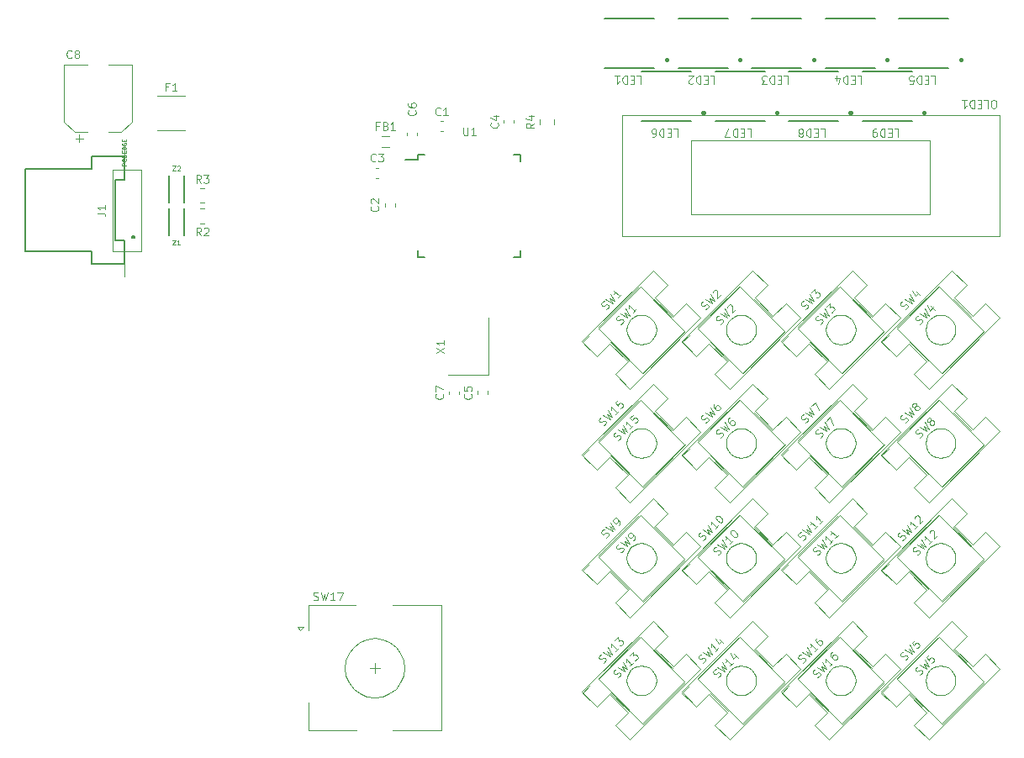
<source format=gbr>
%TF.GenerationSoftware,Flux,Pcbnew,7.0.11-7.0.11~ubuntu20.04.1*%
%TF.CreationDate,2024-08-18T17:29:45+00:00*%
%TF.ProjectId,input,696e7075-742e-46b6-9963-61645f706362,rev?*%
%TF.SameCoordinates,Original*%
%TF.FileFunction,Legend,Top*%
%TF.FilePolarity,Positive*%
%FSLAX46Y46*%
G04 Gerber Fmt 4.6, Leading zero omitted, Abs format (unit mm)*
G04 Filename: promicromacro*
G04 Build it with Flux! Visit our site at: https://www.flux.ai (PCBNEW 7.0.11-7.0.11~ubuntu20.04.1) date 2024-08-18 17:29:45*
%MOMM*%
%LPD*%
G01*
G04 APERTURE LIST*
%ADD10C,0.095000*%
%ADD11C,0.057000*%
%ADD12C,0.045667*%
%ADD13C,0.095323*%
%ADD14C,0.095200*%
%ADD15C,0.100000*%
%ADD16C,0.120000*%
%ADD17C,0.050000*%
%ADD18C,0.150000*%
%ADD19C,0.127000*%
%ADD20C,0.200000*%
%ADD21C,0.010000*%
%ADD22C,0.400000*%
G04 APERTURE END LIST*
D10*
X20209780Y-5766181D02*
X20317530Y-5712307D01*
X20317530Y-5712307D02*
X20452217Y-5577620D01*
X20452217Y-5577620D02*
X20479154Y-5496807D01*
X20479154Y-5496807D02*
X20479154Y-5442933D01*
X20479154Y-5442933D02*
X20452217Y-5362120D01*
X20452217Y-5362120D02*
X20398342Y-5308246D01*
X20398342Y-5308246D02*
X20317530Y-5281308D01*
X20317530Y-5281308D02*
X20263655Y-5281308D01*
X20263655Y-5281308D02*
X20182843Y-5308246D01*
X20182843Y-5308246D02*
X20048156Y-5389058D01*
X20048156Y-5389058D02*
X19967344Y-5415995D01*
X19967344Y-5415995D02*
X19913469Y-5415995D01*
X19913469Y-5415995D02*
X19832657Y-5389058D01*
X19832657Y-5389058D02*
X19778782Y-5335183D01*
X19778782Y-5335183D02*
X19751845Y-5254371D01*
X19751845Y-5254371D02*
X19751845Y-5200496D01*
X19751845Y-5200496D02*
X19778782Y-5119684D01*
X19778782Y-5119684D02*
X19913469Y-4984997D01*
X19913469Y-4984997D02*
X20021219Y-4931122D01*
X20182843Y-4715623D02*
X20883216Y-5146621D01*
X20883216Y-5146621D02*
X20586904Y-4634810D01*
X20586904Y-4634810D02*
X21098715Y-4931122D01*
X21098715Y-4931122D02*
X20667716Y-4230749D01*
X21125652Y-3772813D02*
X21017903Y-3880563D01*
X21017903Y-3880563D02*
X20990965Y-3961375D01*
X20990965Y-3961375D02*
X20990965Y-4015250D01*
X20990965Y-4015250D02*
X21017903Y-4149937D01*
X21017903Y-4149937D02*
X21098715Y-4284624D01*
X21098715Y-4284624D02*
X21314214Y-4500123D01*
X21314214Y-4500123D02*
X21395026Y-4527061D01*
X21395026Y-4527061D02*
X21448901Y-4527061D01*
X21448901Y-4527061D02*
X21529713Y-4500123D01*
X21529713Y-4500123D02*
X21637463Y-4392374D01*
X21637463Y-4392374D02*
X21664400Y-4311561D01*
X21664400Y-4311561D02*
X21664400Y-4257687D01*
X21664400Y-4257687D02*
X21637463Y-4176874D01*
X21637463Y-4176874D02*
X21502776Y-4042187D01*
X21502776Y-4042187D02*
X21421964Y-4015250D01*
X21421964Y-4015250D02*
X21368089Y-4015250D01*
X21368089Y-4015250D02*
X21287277Y-4042187D01*
X21287277Y-4042187D02*
X21179527Y-4149937D01*
X21179527Y-4149937D02*
X21152590Y-4230749D01*
X21152590Y-4230749D02*
X21152590Y-4284624D01*
X21152590Y-4284624D02*
X21179527Y-4365436D01*
X18724853Y-4281259D02*
X18832603Y-4227385D01*
X18832603Y-4227385D02*
X18967290Y-4092698D01*
X18967290Y-4092698D02*
X18994227Y-4011885D01*
X18994227Y-4011885D02*
X18994227Y-3958011D01*
X18994227Y-3958011D02*
X18967290Y-3877198D01*
X18967290Y-3877198D02*
X18913415Y-3823324D01*
X18913415Y-3823324D02*
X18832603Y-3796386D01*
X18832603Y-3796386D02*
X18778728Y-3796386D01*
X18778728Y-3796386D02*
X18697916Y-3823324D01*
X18697916Y-3823324D02*
X18563229Y-3904136D01*
X18563229Y-3904136D02*
X18482417Y-3931073D01*
X18482417Y-3931073D02*
X18428542Y-3931073D01*
X18428542Y-3931073D02*
X18347730Y-3904136D01*
X18347730Y-3904136D02*
X18293855Y-3850261D01*
X18293855Y-3850261D02*
X18266918Y-3769449D01*
X18266918Y-3769449D02*
X18266918Y-3715574D01*
X18266918Y-3715574D02*
X18293855Y-3634762D01*
X18293855Y-3634762D02*
X18428542Y-3500075D01*
X18428542Y-3500075D02*
X18536292Y-3446200D01*
X18697916Y-3230701D02*
X19398289Y-3661699D01*
X19398289Y-3661699D02*
X19101977Y-3149888D01*
X19101977Y-3149888D02*
X19613788Y-3446200D01*
X19613788Y-3446200D02*
X19182789Y-2745827D01*
X19640725Y-2287891D02*
X19532976Y-2395641D01*
X19532976Y-2395641D02*
X19506038Y-2476453D01*
X19506038Y-2476453D02*
X19506038Y-2530328D01*
X19506038Y-2530328D02*
X19532976Y-2665015D01*
X19532976Y-2665015D02*
X19613788Y-2799702D01*
X19613788Y-2799702D02*
X19829287Y-3015201D01*
X19829287Y-3015201D02*
X19910099Y-3042139D01*
X19910099Y-3042139D02*
X19963974Y-3042139D01*
X19963974Y-3042139D02*
X20044786Y-3015201D01*
X20044786Y-3015201D02*
X20152536Y-2907452D01*
X20152536Y-2907452D02*
X20179473Y-2826639D01*
X20179473Y-2826639D02*
X20179473Y-2772765D01*
X20179473Y-2772765D02*
X20152536Y-2691952D01*
X20152536Y-2691952D02*
X20017849Y-2557265D01*
X20017849Y-2557265D02*
X19937037Y-2530328D01*
X19937037Y-2530328D02*
X19883162Y-2530328D01*
X19883162Y-2530328D02*
X19802350Y-2557265D01*
X19802350Y-2557265D02*
X19694600Y-2665015D01*
X19694600Y-2665015D02*
X19667663Y-2745827D01*
X19667663Y-2745827D02*
X19667663Y-2799702D01*
X19667663Y-2799702D02*
X19694600Y-2880514D01*
X-10545344Y27178167D02*
X-10507249Y27140071D01*
X-10507249Y27140071D02*
X-10469153Y27025786D01*
X-10469153Y27025786D02*
X-10469153Y26949595D01*
X-10469153Y26949595D02*
X-10507249Y26835309D01*
X-10507249Y26835309D02*
X-10583439Y26759119D01*
X-10583439Y26759119D02*
X-10659629Y26721024D01*
X-10659629Y26721024D02*
X-10812010Y26682928D01*
X-10812010Y26682928D02*
X-10926296Y26682928D01*
X-10926296Y26682928D02*
X-11078677Y26721024D01*
X-11078677Y26721024D02*
X-11154868Y26759119D01*
X-11154868Y26759119D02*
X-11231058Y26835309D01*
X-11231058Y26835309D02*
X-11269153Y26949595D01*
X-11269153Y26949595D02*
X-11269153Y27025786D01*
X-11269153Y27025786D02*
X-11231058Y27140071D01*
X-11231058Y27140071D02*
X-11192963Y27178167D01*
X-11269153Y27863881D02*
X-11269153Y27711500D01*
X-11269153Y27711500D02*
X-11231058Y27635309D01*
X-11231058Y27635309D02*
X-11192963Y27597214D01*
X-11192963Y27597214D02*
X-11078677Y27521024D01*
X-11078677Y27521024D02*
X-10926296Y27482928D01*
X-10926296Y27482928D02*
X-10621534Y27482928D01*
X-10621534Y27482928D02*
X-10545344Y27521024D01*
X-10545344Y27521024D02*
X-10507249Y27559119D01*
X-10507249Y27559119D02*
X-10469153Y27635309D01*
X-10469153Y27635309D02*
X-10469153Y27787690D01*
X-10469153Y27787690D02*
X-10507249Y27863881D01*
X-10507249Y27863881D02*
X-10545344Y27901976D01*
X-10545344Y27901976D02*
X-10621534Y27940071D01*
X-10621534Y27940071D02*
X-10812010Y27940071D01*
X-10812010Y27940071D02*
X-10888201Y27901976D01*
X-10888201Y27901976D02*
X-10926296Y27863881D01*
X-10926296Y27863881D02*
X-10964391Y27787690D01*
X-10964391Y27787690D02*
X-10964391Y27635309D01*
X-10964391Y27635309D02*
X-10926296Y27559119D01*
X-10926296Y27559119D02*
X-10888201Y27521024D01*
X-10888201Y27521024D02*
X-10812010Y27482928D01*
X-2226235Y25941462D02*
X-2188140Y25903366D01*
X-2188140Y25903366D02*
X-2150044Y25789081D01*
X-2150044Y25789081D02*
X-2150044Y25712890D01*
X-2150044Y25712890D02*
X-2188140Y25598604D01*
X-2188140Y25598604D02*
X-2264330Y25522414D01*
X-2264330Y25522414D02*
X-2340520Y25484319D01*
X-2340520Y25484319D02*
X-2492901Y25446223D01*
X-2492901Y25446223D02*
X-2607187Y25446223D01*
X-2607187Y25446223D02*
X-2759568Y25484319D01*
X-2759568Y25484319D02*
X-2835759Y25522414D01*
X-2835759Y25522414D02*
X-2911949Y25598604D01*
X-2911949Y25598604D02*
X-2950044Y25712890D01*
X-2950044Y25712890D02*
X-2950044Y25789081D01*
X-2950044Y25789081D02*
X-2911949Y25903366D01*
X-2911949Y25903366D02*
X-2873854Y25941462D01*
X-2683378Y26627176D02*
X-2150044Y26627176D01*
X-2988140Y26436700D02*
X-2416711Y26246223D01*
X-2416711Y26246223D02*
X-2416711Y26741462D01*
X-8415344Y2767870D02*
X-7615344Y3301204D01*
X-8415344Y3301204D02*
X-7615344Y2767870D01*
X-7615344Y4025013D02*
X-7615344Y3567870D01*
X-7615344Y3796442D02*
X-8415344Y3796442D01*
X-8415344Y3796442D02*
X-8301059Y3720251D01*
X-8301059Y3720251D02*
X-8224868Y3644061D01*
X-8224868Y3644061D02*
X-8186773Y3567870D01*
X10169180Y5669718D02*
X10276930Y5723592D01*
X10276930Y5723592D02*
X10411617Y5858279D01*
X10411617Y5858279D02*
X10438554Y5939092D01*
X10438554Y5939092D02*
X10438554Y5992966D01*
X10438554Y5992966D02*
X10411617Y6073779D01*
X10411617Y6073779D02*
X10357742Y6127653D01*
X10357742Y6127653D02*
X10276930Y6154591D01*
X10276930Y6154591D02*
X10223055Y6154591D01*
X10223055Y6154591D02*
X10142243Y6127653D01*
X10142243Y6127653D02*
X10007556Y6046841D01*
X10007556Y6046841D02*
X9926744Y6019904D01*
X9926744Y6019904D02*
X9872869Y6019904D01*
X9872869Y6019904D02*
X9792057Y6046841D01*
X9792057Y6046841D02*
X9738182Y6100716D01*
X9738182Y6100716D02*
X9711245Y6181528D01*
X9711245Y6181528D02*
X9711245Y6235403D01*
X9711245Y6235403D02*
X9738182Y6316215D01*
X9738182Y6316215D02*
X9872869Y6450902D01*
X9872869Y6450902D02*
X9980619Y6504777D01*
X10142243Y6720276D02*
X10842616Y6289278D01*
X10842616Y6289278D02*
X10546304Y6801089D01*
X10546304Y6801089D02*
X11058115Y6504777D01*
X11058115Y6504777D02*
X10627116Y7205150D01*
X11704613Y7151275D02*
X11381364Y6828026D01*
X11542988Y6989651D02*
X10977303Y7555336D01*
X10977303Y7555336D02*
X11004240Y7420649D01*
X11004240Y7420649D02*
X11004240Y7312899D01*
X11004240Y7312899D02*
X10977303Y7232087D01*
X8684253Y7154640D02*
X8792003Y7208514D01*
X8792003Y7208514D02*
X8926690Y7343201D01*
X8926690Y7343201D02*
X8953627Y7424014D01*
X8953627Y7424014D02*
X8953627Y7477888D01*
X8953627Y7477888D02*
X8926690Y7558701D01*
X8926690Y7558701D02*
X8872815Y7612575D01*
X8872815Y7612575D02*
X8792003Y7639513D01*
X8792003Y7639513D02*
X8738128Y7639513D01*
X8738128Y7639513D02*
X8657316Y7612575D01*
X8657316Y7612575D02*
X8522629Y7531763D01*
X8522629Y7531763D02*
X8441817Y7504826D01*
X8441817Y7504826D02*
X8387942Y7504826D01*
X8387942Y7504826D02*
X8307130Y7531763D01*
X8307130Y7531763D02*
X8253255Y7585638D01*
X8253255Y7585638D02*
X8226318Y7666450D01*
X8226318Y7666450D02*
X8226318Y7720325D01*
X8226318Y7720325D02*
X8253255Y7801137D01*
X8253255Y7801137D02*
X8387942Y7935824D01*
X8387942Y7935824D02*
X8495692Y7989699D01*
X8657316Y8205198D02*
X9357689Y7774200D01*
X9357689Y7774200D02*
X9061377Y8286011D01*
X9061377Y8286011D02*
X9573188Y7989699D01*
X9573188Y7989699D02*
X9142189Y8690072D01*
X10219686Y8636197D02*
X9896437Y8312948D01*
X10058061Y8474573D02*
X9492376Y9040258D01*
X9492376Y9040258D02*
X9519313Y8905571D01*
X9519313Y8905571D02*
X9519313Y8797821D01*
X9519313Y8797821D02*
X9492376Y8717009D01*
X-7759435Y-1381937D02*
X-7721340Y-1420033D01*
X-7721340Y-1420033D02*
X-7683244Y-1534318D01*
X-7683244Y-1534318D02*
X-7683244Y-1610509D01*
X-7683244Y-1610509D02*
X-7721340Y-1724795D01*
X-7721340Y-1724795D02*
X-7797530Y-1800985D01*
X-7797530Y-1800985D02*
X-7873720Y-1839080D01*
X-7873720Y-1839080D02*
X-8026101Y-1877176D01*
X-8026101Y-1877176D02*
X-8140387Y-1877176D01*
X-8140387Y-1877176D02*
X-8292768Y-1839080D01*
X-8292768Y-1839080D02*
X-8368959Y-1800985D01*
X-8368959Y-1800985D02*
X-8445149Y-1724795D01*
X-8445149Y-1724795D02*
X-8483244Y-1610509D01*
X-8483244Y-1610509D02*
X-8483244Y-1534318D01*
X-8483244Y-1534318D02*
X-8445149Y-1420033D01*
X-8445149Y-1420033D02*
X-8407054Y-1381937D01*
X-8483244Y-1115271D02*
X-8483244Y-581937D01*
X-8483244Y-581937D02*
X-7683244Y-924795D01*
D11*
X-34970263Y14111906D02*
X-34650263Y14111906D01*
X-34650263Y14111906D02*
X-34970263Y13631906D01*
X-34970263Y13631906D02*
X-34650263Y13631906D01*
X-34215977Y13631906D02*
X-34490263Y13631906D01*
X-34353120Y13631906D02*
X-34353120Y14111906D01*
X-34353120Y14111906D02*
X-34398834Y14043335D01*
X-34398834Y14043335D02*
X-34444549Y13997621D01*
X-34444549Y13997621D02*
X-34490263Y13974764D01*
D10*
X-4917535Y-1374537D02*
X-4879440Y-1412633D01*
X-4879440Y-1412633D02*
X-4841344Y-1526918D01*
X-4841344Y-1526918D02*
X-4841344Y-1603109D01*
X-4841344Y-1603109D02*
X-4879440Y-1717395D01*
X-4879440Y-1717395D02*
X-4955630Y-1793585D01*
X-4955630Y-1793585D02*
X-5031820Y-1831680D01*
X-5031820Y-1831680D02*
X-5184201Y-1869776D01*
X-5184201Y-1869776D02*
X-5298487Y-1869776D01*
X-5298487Y-1869776D02*
X-5450868Y-1831680D01*
X-5450868Y-1831680D02*
X-5527059Y-1793585D01*
X-5527059Y-1793585D02*
X-5603249Y-1717395D01*
X-5603249Y-1717395D02*
X-5641344Y-1603109D01*
X-5641344Y-1603109D02*
X-5641344Y-1526918D01*
X-5641344Y-1526918D02*
X-5603249Y-1412633D01*
X-5603249Y-1412633D02*
X-5565154Y-1374537D01*
X-5641344Y-650728D02*
X-5641344Y-1031680D01*
X-5641344Y-1031680D02*
X-5260392Y-1069776D01*
X-5260392Y-1069776D02*
X-5298487Y-1031680D01*
X-5298487Y-1031680D02*
X-5336582Y-955490D01*
X-5336582Y-955490D02*
X-5336582Y-765014D01*
X-5336582Y-765014D02*
X-5298487Y-688823D01*
X-5298487Y-688823D02*
X-5260392Y-650728D01*
X-5260392Y-650728D02*
X-5184201Y-612633D01*
X-5184201Y-612633D02*
X-4993725Y-612633D01*
X-4993725Y-612633D02*
X-4917535Y-650728D01*
X-4917535Y-650728D02*
X-4879440Y-688823D01*
X-4879440Y-688823D02*
X-4841344Y-765014D01*
X-4841344Y-765014D02*
X-4841344Y-955490D01*
X-4841344Y-955490D02*
X-4879440Y-1031680D01*
X-4879440Y-1031680D02*
X-4917535Y-1069776D01*
X-14513928Y22105735D02*
X-14552024Y22067640D01*
X-14552024Y22067640D02*
X-14666309Y22029544D01*
X-14666309Y22029544D02*
X-14742500Y22029544D01*
X-14742500Y22029544D02*
X-14856786Y22067640D01*
X-14856786Y22067640D02*
X-14932976Y22143830D01*
X-14932976Y22143830D02*
X-14971071Y22220020D01*
X-14971071Y22220020D02*
X-15009167Y22372401D01*
X-15009167Y22372401D02*
X-15009167Y22486687D01*
X-15009167Y22486687D02*
X-14971071Y22639068D01*
X-14971071Y22639068D02*
X-14932976Y22715259D01*
X-14932976Y22715259D02*
X-14856786Y22791449D01*
X-14856786Y22791449D02*
X-14742500Y22829544D01*
X-14742500Y22829544D02*
X-14666309Y22829544D01*
X-14666309Y22829544D02*
X-14552024Y22791449D01*
X-14552024Y22791449D02*
X-14513928Y22753354D01*
X-14247262Y22829544D02*
X-13752024Y22829544D01*
X-13752024Y22829544D02*
X-14018690Y22524782D01*
X-14018690Y22524782D02*
X-13904405Y22524782D01*
X-13904405Y22524782D02*
X-13828214Y22486687D01*
X-13828214Y22486687D02*
X-13790119Y22448592D01*
X-13790119Y22448592D02*
X-13752024Y22372401D01*
X-13752024Y22372401D02*
X-13752024Y22181925D01*
X-13752024Y22181925D02*
X-13790119Y22105735D01*
X-13790119Y22105735D02*
X-13828214Y22067640D01*
X-13828214Y22067640D02*
X-13904405Y22029544D01*
X-13904405Y22029544D02*
X-14132976Y22029544D01*
X-14132976Y22029544D02*
X-14209167Y22067640D01*
X-14209167Y22067640D02*
X-14247262Y22105735D01*
X30250280Y-5766181D02*
X30358030Y-5712307D01*
X30358030Y-5712307D02*
X30492717Y-5577620D01*
X30492717Y-5577620D02*
X30519654Y-5496807D01*
X30519654Y-5496807D02*
X30519654Y-5442933D01*
X30519654Y-5442933D02*
X30492717Y-5362120D01*
X30492717Y-5362120D02*
X30438842Y-5308246D01*
X30438842Y-5308246D02*
X30358030Y-5281308D01*
X30358030Y-5281308D02*
X30304155Y-5281308D01*
X30304155Y-5281308D02*
X30223343Y-5308246D01*
X30223343Y-5308246D02*
X30088656Y-5389058D01*
X30088656Y-5389058D02*
X30007844Y-5415995D01*
X30007844Y-5415995D02*
X29953969Y-5415995D01*
X29953969Y-5415995D02*
X29873157Y-5389058D01*
X29873157Y-5389058D02*
X29819282Y-5335183D01*
X29819282Y-5335183D02*
X29792345Y-5254371D01*
X29792345Y-5254371D02*
X29792345Y-5200496D01*
X29792345Y-5200496D02*
X29819282Y-5119684D01*
X29819282Y-5119684D02*
X29953969Y-4984997D01*
X29953969Y-4984997D02*
X30061719Y-4931122D01*
X30223343Y-4715623D02*
X30923716Y-5146621D01*
X30923716Y-5146621D02*
X30627404Y-4634810D01*
X30627404Y-4634810D02*
X31139215Y-4931122D01*
X31139215Y-4931122D02*
X30708216Y-4230749D01*
X30869841Y-4069125D02*
X31246965Y-3692001D01*
X31246965Y-3692001D02*
X31570213Y-4500123D01*
X28765353Y-4281259D02*
X28873103Y-4227385D01*
X28873103Y-4227385D02*
X29007790Y-4092698D01*
X29007790Y-4092698D02*
X29034727Y-4011885D01*
X29034727Y-4011885D02*
X29034727Y-3958011D01*
X29034727Y-3958011D02*
X29007790Y-3877198D01*
X29007790Y-3877198D02*
X28953915Y-3823324D01*
X28953915Y-3823324D02*
X28873103Y-3796386D01*
X28873103Y-3796386D02*
X28819228Y-3796386D01*
X28819228Y-3796386D02*
X28738416Y-3823324D01*
X28738416Y-3823324D02*
X28603729Y-3904136D01*
X28603729Y-3904136D02*
X28522917Y-3931073D01*
X28522917Y-3931073D02*
X28469042Y-3931073D01*
X28469042Y-3931073D02*
X28388230Y-3904136D01*
X28388230Y-3904136D02*
X28334355Y-3850261D01*
X28334355Y-3850261D02*
X28307418Y-3769449D01*
X28307418Y-3769449D02*
X28307418Y-3715574D01*
X28307418Y-3715574D02*
X28334355Y-3634762D01*
X28334355Y-3634762D02*
X28469042Y-3500075D01*
X28469042Y-3500075D02*
X28576792Y-3446200D01*
X28738416Y-3230701D02*
X29438789Y-3661699D01*
X29438789Y-3661699D02*
X29142477Y-3149888D01*
X29142477Y-3149888D02*
X29654288Y-3446200D01*
X29654288Y-3446200D02*
X29223289Y-2745827D01*
X29384914Y-2584203D02*
X29762038Y-2207079D01*
X29762038Y-2207079D02*
X30085286Y-3015201D01*
X-14303335Y17529065D02*
X-14265240Y17490969D01*
X-14265240Y17490969D02*
X-14227144Y17376684D01*
X-14227144Y17376684D02*
X-14227144Y17300493D01*
X-14227144Y17300493D02*
X-14265240Y17186207D01*
X-14265240Y17186207D02*
X-14341430Y17110017D01*
X-14341430Y17110017D02*
X-14417620Y17071922D01*
X-14417620Y17071922D02*
X-14570001Y17033826D01*
X-14570001Y17033826D02*
X-14684287Y17033826D01*
X-14684287Y17033826D02*
X-14836668Y17071922D01*
X-14836668Y17071922D02*
X-14912859Y17110017D01*
X-14912859Y17110017D02*
X-14989049Y17186207D01*
X-14989049Y17186207D02*
X-15027144Y17300493D01*
X-15027144Y17300493D02*
X-15027144Y17376684D01*
X-15027144Y17376684D02*
X-14989049Y17490969D01*
X-14989049Y17490969D02*
X-14950954Y17529065D01*
X-14950954Y17833826D02*
X-14989049Y17871922D01*
X-14989049Y17871922D02*
X-15027144Y17948112D01*
X-15027144Y17948112D02*
X-15027144Y18138588D01*
X-15027144Y18138588D02*
X-14989049Y18214779D01*
X-14989049Y18214779D02*
X-14950954Y18252874D01*
X-14950954Y18252874D02*
X-14874763Y18290969D01*
X-14874763Y18290969D02*
X-14798573Y18290969D01*
X-14798573Y18290969D02*
X-14684287Y18252874D01*
X-14684287Y18252874D02*
X-14227144Y17795731D01*
X-14227144Y17795731D02*
X-14227144Y18290969D01*
X40290880Y-29668381D02*
X40398630Y-29614507D01*
X40398630Y-29614507D02*
X40533317Y-29479820D01*
X40533317Y-29479820D02*
X40560254Y-29399007D01*
X40560254Y-29399007D02*
X40560254Y-29345133D01*
X40560254Y-29345133D02*
X40533317Y-29264320D01*
X40533317Y-29264320D02*
X40479442Y-29210446D01*
X40479442Y-29210446D02*
X40398630Y-29183508D01*
X40398630Y-29183508D02*
X40344755Y-29183508D01*
X40344755Y-29183508D02*
X40263943Y-29210446D01*
X40263943Y-29210446D02*
X40129256Y-29291258D01*
X40129256Y-29291258D02*
X40048444Y-29318195D01*
X40048444Y-29318195D02*
X39994569Y-29318195D01*
X39994569Y-29318195D02*
X39913757Y-29291258D01*
X39913757Y-29291258D02*
X39859882Y-29237383D01*
X39859882Y-29237383D02*
X39832945Y-29156571D01*
X39832945Y-29156571D02*
X39832945Y-29102696D01*
X39832945Y-29102696D02*
X39859882Y-29021884D01*
X39859882Y-29021884D02*
X39994569Y-28887197D01*
X39994569Y-28887197D02*
X40102319Y-28833322D01*
X40263943Y-28617823D02*
X40964316Y-29048821D01*
X40964316Y-29048821D02*
X40668004Y-28537010D01*
X40668004Y-28537010D02*
X41179815Y-28833322D01*
X41179815Y-28833322D02*
X40748816Y-28132949D01*
X41233690Y-27648076D02*
X40964316Y-27917450D01*
X40964316Y-27917450D02*
X41206752Y-28213761D01*
X41206752Y-28213761D02*
X41206752Y-28159887D01*
X41206752Y-28159887D02*
X41233690Y-28079074D01*
X41233690Y-28079074D02*
X41368377Y-27944387D01*
X41368377Y-27944387D02*
X41449189Y-27917450D01*
X41449189Y-27917450D02*
X41503064Y-27917450D01*
X41503064Y-27917450D02*
X41583876Y-27944387D01*
X41583876Y-27944387D02*
X41718563Y-28079074D01*
X41718563Y-28079074D02*
X41745500Y-28159887D01*
X41745500Y-28159887D02*
X41745500Y-28213761D01*
X41745500Y-28213761D02*
X41718563Y-28294574D01*
X41718563Y-28294574D02*
X41583876Y-28429261D01*
X41583876Y-28429261D02*
X41503064Y-28456198D01*
X41503064Y-28456198D02*
X41449189Y-28456198D01*
X38805953Y-28183459D02*
X38913703Y-28129585D01*
X38913703Y-28129585D02*
X39048390Y-27994898D01*
X39048390Y-27994898D02*
X39075327Y-27914085D01*
X39075327Y-27914085D02*
X39075327Y-27860211D01*
X39075327Y-27860211D02*
X39048390Y-27779398D01*
X39048390Y-27779398D02*
X38994515Y-27725524D01*
X38994515Y-27725524D02*
X38913703Y-27698586D01*
X38913703Y-27698586D02*
X38859828Y-27698586D01*
X38859828Y-27698586D02*
X38779016Y-27725524D01*
X38779016Y-27725524D02*
X38644329Y-27806336D01*
X38644329Y-27806336D02*
X38563517Y-27833273D01*
X38563517Y-27833273D02*
X38509642Y-27833273D01*
X38509642Y-27833273D02*
X38428830Y-27806336D01*
X38428830Y-27806336D02*
X38374955Y-27752461D01*
X38374955Y-27752461D02*
X38348018Y-27671649D01*
X38348018Y-27671649D02*
X38348018Y-27617774D01*
X38348018Y-27617774D02*
X38374955Y-27536962D01*
X38374955Y-27536962D02*
X38509642Y-27402275D01*
X38509642Y-27402275D02*
X38617392Y-27348400D01*
X38779016Y-27132901D02*
X39479389Y-27563899D01*
X39479389Y-27563899D02*
X39183077Y-27052088D01*
X39183077Y-27052088D02*
X39694888Y-27348400D01*
X39694888Y-27348400D02*
X39263889Y-26648027D01*
X39748763Y-26163154D02*
X39479389Y-26432528D01*
X39479389Y-26432528D02*
X39721825Y-26728839D01*
X39721825Y-26728839D02*
X39721825Y-26674965D01*
X39721825Y-26674965D02*
X39748763Y-26594152D01*
X39748763Y-26594152D02*
X39883450Y-26459465D01*
X39883450Y-26459465D02*
X39964262Y-26432528D01*
X39964262Y-26432528D02*
X40018137Y-26432528D01*
X40018137Y-26432528D02*
X40098949Y-26459465D01*
X40098949Y-26459465D02*
X40233636Y-26594152D01*
X40233636Y-26594152D02*
X40260573Y-26674965D01*
X40260573Y-26674965D02*
X40260573Y-26728839D01*
X40260573Y-26728839D02*
X40233636Y-26809652D01*
X40233636Y-26809652D02*
X40098949Y-26944339D01*
X40098949Y-26944339D02*
X40018137Y-26971276D01*
X40018137Y-26971276D02*
X39964262Y-26971276D01*
X10169180Y-17334481D02*
X10276930Y-17280607D01*
X10276930Y-17280607D02*
X10411617Y-17145920D01*
X10411617Y-17145920D02*
X10438554Y-17065107D01*
X10438554Y-17065107D02*
X10438554Y-17011233D01*
X10438554Y-17011233D02*
X10411617Y-16930420D01*
X10411617Y-16930420D02*
X10357742Y-16876546D01*
X10357742Y-16876546D02*
X10276930Y-16849608D01*
X10276930Y-16849608D02*
X10223055Y-16849608D01*
X10223055Y-16849608D02*
X10142243Y-16876546D01*
X10142243Y-16876546D02*
X10007556Y-16957358D01*
X10007556Y-16957358D02*
X9926744Y-16984295D01*
X9926744Y-16984295D02*
X9872869Y-16984295D01*
X9872869Y-16984295D02*
X9792057Y-16957358D01*
X9792057Y-16957358D02*
X9738182Y-16903483D01*
X9738182Y-16903483D02*
X9711245Y-16822671D01*
X9711245Y-16822671D02*
X9711245Y-16768796D01*
X9711245Y-16768796D02*
X9738182Y-16687984D01*
X9738182Y-16687984D02*
X9872869Y-16553297D01*
X9872869Y-16553297D02*
X9980619Y-16499422D01*
X10142243Y-16283923D02*
X10842616Y-16714921D01*
X10842616Y-16714921D02*
X10546304Y-16203110D01*
X10546304Y-16203110D02*
X11058115Y-16499422D01*
X11058115Y-16499422D02*
X10627116Y-15799049D01*
X11435239Y-16122298D02*
X11542988Y-16014548D01*
X11542988Y-16014548D02*
X11569926Y-15933736D01*
X11569926Y-15933736D02*
X11569926Y-15879861D01*
X11569926Y-15879861D02*
X11542988Y-15745174D01*
X11542988Y-15745174D02*
X11462176Y-15610487D01*
X11462176Y-15610487D02*
X11246677Y-15394988D01*
X11246677Y-15394988D02*
X11165865Y-15368051D01*
X11165865Y-15368051D02*
X11111990Y-15368051D01*
X11111990Y-15368051D02*
X11031178Y-15394988D01*
X11031178Y-15394988D02*
X10923428Y-15502738D01*
X10923428Y-15502738D02*
X10896491Y-15583550D01*
X10896491Y-15583550D02*
X10896491Y-15637425D01*
X10896491Y-15637425D02*
X10923428Y-15718237D01*
X10923428Y-15718237D02*
X11058115Y-15852924D01*
X11058115Y-15852924D02*
X11138927Y-15879861D01*
X11138927Y-15879861D02*
X11192802Y-15879861D01*
X11192802Y-15879861D02*
X11273614Y-15852924D01*
X11273614Y-15852924D02*
X11381364Y-15745174D01*
X11381364Y-15745174D02*
X11408301Y-15664362D01*
X11408301Y-15664362D02*
X11408301Y-15610487D01*
X11408301Y-15610487D02*
X11381364Y-15529675D01*
X8684253Y-15849559D02*
X8792003Y-15795685D01*
X8792003Y-15795685D02*
X8926690Y-15660998D01*
X8926690Y-15660998D02*
X8953627Y-15580185D01*
X8953627Y-15580185D02*
X8953627Y-15526311D01*
X8953627Y-15526311D02*
X8926690Y-15445498D01*
X8926690Y-15445498D02*
X8872815Y-15391624D01*
X8872815Y-15391624D02*
X8792003Y-15364686D01*
X8792003Y-15364686D02*
X8738128Y-15364686D01*
X8738128Y-15364686D02*
X8657316Y-15391624D01*
X8657316Y-15391624D02*
X8522629Y-15472436D01*
X8522629Y-15472436D02*
X8441817Y-15499373D01*
X8441817Y-15499373D02*
X8387942Y-15499373D01*
X8387942Y-15499373D02*
X8307130Y-15472436D01*
X8307130Y-15472436D02*
X8253255Y-15418561D01*
X8253255Y-15418561D02*
X8226318Y-15337749D01*
X8226318Y-15337749D02*
X8226318Y-15283874D01*
X8226318Y-15283874D02*
X8253255Y-15203062D01*
X8253255Y-15203062D02*
X8387942Y-15068375D01*
X8387942Y-15068375D02*
X8495692Y-15014500D01*
X8657316Y-14799001D02*
X9357689Y-15229999D01*
X9357689Y-15229999D02*
X9061377Y-14718188D01*
X9061377Y-14718188D02*
X9573188Y-15014500D01*
X9573188Y-15014500D02*
X9142189Y-14314127D01*
X9950312Y-14637376D02*
X10058061Y-14529626D01*
X10058061Y-14529626D02*
X10084999Y-14448814D01*
X10084999Y-14448814D02*
X10084999Y-14394939D01*
X10084999Y-14394939D02*
X10058061Y-14260252D01*
X10058061Y-14260252D02*
X9977249Y-14125565D01*
X9977249Y-14125565D02*
X9761750Y-13910066D01*
X9761750Y-13910066D02*
X9680938Y-13883129D01*
X9680938Y-13883129D02*
X9627063Y-13883129D01*
X9627063Y-13883129D02*
X9546251Y-13910066D01*
X9546251Y-13910066D02*
X9438501Y-14017816D01*
X9438501Y-14017816D02*
X9411564Y-14098628D01*
X9411564Y-14098628D02*
X9411564Y-14152503D01*
X9411564Y-14152503D02*
X9438501Y-14233315D01*
X9438501Y-14233315D02*
X9573188Y-14368002D01*
X9573188Y-14368002D02*
X9654000Y-14394939D01*
X9654000Y-14394939D02*
X9707875Y-14394939D01*
X9707875Y-14394939D02*
X9788687Y-14368002D01*
X9788687Y-14368002D02*
X9896437Y-14260252D01*
X9896437Y-14260252D02*
X9923374Y-14179440D01*
X9923374Y-14179440D02*
X9923374Y-14125565D01*
X9923374Y-14125565D02*
X9896437Y-14044753D01*
X-14190766Y25635392D02*
X-14457432Y25635392D01*
X-14457432Y25216344D02*
X-14457432Y26016344D01*
X-14457432Y26016344D02*
X-14076480Y26016344D01*
X-13505052Y25635392D02*
X-13390766Y25597297D01*
X-13390766Y25597297D02*
X-13352671Y25559201D01*
X-13352671Y25559201D02*
X-13314575Y25483011D01*
X-13314575Y25483011D02*
X-13314575Y25368725D01*
X-13314575Y25368725D02*
X-13352671Y25292535D01*
X-13352671Y25292535D02*
X-13390766Y25254440D01*
X-13390766Y25254440D02*
X-13466956Y25216344D01*
X-13466956Y25216344D02*
X-13771718Y25216344D01*
X-13771718Y25216344D02*
X-13771718Y26016344D01*
X-13771718Y26016344D02*
X-13505052Y26016344D01*
X-13505052Y26016344D02*
X-13428861Y25978249D01*
X-13428861Y25978249D02*
X-13390766Y25940154D01*
X-13390766Y25940154D02*
X-13352671Y25863963D01*
X-13352671Y25863963D02*
X-13352671Y25787773D01*
X-13352671Y25787773D02*
X-13390766Y25711582D01*
X-13390766Y25711582D02*
X-13428861Y25673487D01*
X-13428861Y25673487D02*
X-13505052Y25635392D01*
X-13505052Y25635392D02*
X-13771718Y25635392D01*
X-12552671Y25216344D02*
X-13009814Y25216344D01*
X-12781242Y25216344D02*
X-12781242Y26016344D01*
X-12781242Y26016344D02*
X-12857433Y25902059D01*
X-12857433Y25902059D02*
X-12933623Y25825868D01*
X-12933623Y25825868D02*
X-13009814Y25787773D01*
D12*
X-39646690Y21673989D02*
X-40031250Y21673989D01*
X-40031250Y21673989D02*
X-40031250Y21820488D01*
X-40031250Y21820488D02*
X-40012938Y21857113D01*
X-40012938Y21857113D02*
X-39994625Y21875426D01*
X-39994625Y21875426D02*
X-39958001Y21893738D01*
X-39958001Y21893738D02*
X-39903063Y21893738D01*
X-39903063Y21893738D02*
X-39866439Y21875426D01*
X-39866439Y21875426D02*
X-39848126Y21857113D01*
X-39848126Y21857113D02*
X-39829814Y21820488D01*
X-39829814Y21820488D02*
X-39829814Y21673989D01*
X-39683315Y22278298D02*
X-39665003Y22259986D01*
X-39665003Y22259986D02*
X-39646690Y22205048D01*
X-39646690Y22205048D02*
X-39646690Y22168424D01*
X-39646690Y22168424D02*
X-39665003Y22113487D01*
X-39665003Y22113487D02*
X-39701627Y22076862D01*
X-39701627Y22076862D02*
X-39738252Y22058549D01*
X-39738252Y22058549D02*
X-39811502Y22040237D01*
X-39811502Y22040237D02*
X-39866439Y22040237D01*
X-39866439Y22040237D02*
X-39939688Y22058549D01*
X-39939688Y22058549D02*
X-39976313Y22076862D01*
X-39976313Y22076862D02*
X-40012938Y22113487D01*
X-40012938Y22113487D02*
X-40031250Y22168424D01*
X-40031250Y22168424D02*
X-40031250Y22205048D01*
X-40031250Y22205048D02*
X-40012938Y22259986D01*
X-40012938Y22259986D02*
X-39994625Y22278298D01*
X-39848126Y22571296D02*
X-39829814Y22626233D01*
X-39829814Y22626233D02*
X-39811502Y22644546D01*
X-39811502Y22644546D02*
X-39774877Y22662858D01*
X-39774877Y22662858D02*
X-39719940Y22662858D01*
X-39719940Y22662858D02*
X-39683315Y22644546D01*
X-39683315Y22644546D02*
X-39665003Y22626233D01*
X-39665003Y22626233D02*
X-39646690Y22589608D01*
X-39646690Y22589608D02*
X-39646690Y22443109D01*
X-39646690Y22443109D02*
X-40031250Y22443109D01*
X-40031250Y22443109D02*
X-40031250Y22571296D01*
X-40031250Y22571296D02*
X-40012938Y22607921D01*
X-40012938Y22607921D02*
X-39994625Y22626233D01*
X-39994625Y22626233D02*
X-39958001Y22644546D01*
X-39958001Y22644546D02*
X-39921376Y22644546D01*
X-39921376Y22644546D02*
X-39884751Y22626233D01*
X-39884751Y22626233D02*
X-39866439Y22607921D01*
X-39866439Y22607921D02*
X-39848126Y22571296D01*
X-39848126Y22571296D02*
X-39848126Y22443109D01*
X-39848126Y22937543D02*
X-39848126Y23065730D01*
X-39646690Y23120667D02*
X-39646690Y22937543D01*
X-39646690Y22937543D02*
X-40031250Y22937543D01*
X-40031250Y22937543D02*
X-40031250Y23120667D01*
X-39646690Y23285478D02*
X-40031250Y23285478D01*
X-40031250Y23285478D02*
X-40031250Y23377040D01*
X-40031250Y23377040D02*
X-40012938Y23431977D01*
X-40012938Y23431977D02*
X-39976313Y23468602D01*
X-39976313Y23468602D02*
X-39939688Y23486915D01*
X-39939688Y23486915D02*
X-39866439Y23505227D01*
X-39866439Y23505227D02*
X-39811502Y23505227D01*
X-39811502Y23505227D02*
X-39738252Y23486915D01*
X-39738252Y23486915D02*
X-39701627Y23468602D01*
X-39701627Y23468602D02*
X-39665003Y23431977D01*
X-39665003Y23431977D02*
X-39646690Y23377040D01*
X-39646690Y23377040D02*
X-39646690Y23285478D01*
X-40012938Y23871475D02*
X-40031250Y23834850D01*
X-40031250Y23834850D02*
X-40031250Y23779913D01*
X-40031250Y23779913D02*
X-40012938Y23724976D01*
X-40012938Y23724976D02*
X-39976313Y23688351D01*
X-39976313Y23688351D02*
X-39939688Y23670038D01*
X-39939688Y23670038D02*
X-39866439Y23651726D01*
X-39866439Y23651726D02*
X-39811502Y23651726D01*
X-39811502Y23651726D02*
X-39738252Y23670038D01*
X-39738252Y23670038D02*
X-39701627Y23688351D01*
X-39701627Y23688351D02*
X-39665003Y23724976D01*
X-39665003Y23724976D02*
X-39646690Y23779913D01*
X-39646690Y23779913D02*
X-39646690Y23816537D01*
X-39646690Y23816537D02*
X-39665003Y23871475D01*
X-39665003Y23871475D02*
X-39683315Y23889787D01*
X-39683315Y23889787D02*
X-39811502Y23889787D01*
X-39811502Y23889787D02*
X-39811502Y23816537D01*
X-39848126Y24054598D02*
X-39848126Y24182785D01*
X-39646690Y24237722D02*
X-39646690Y24054598D01*
X-39646690Y24054598D02*
X-40031250Y24054598D01*
X-40031250Y24054598D02*
X-40031250Y24237722D01*
D13*
D14*
X-42536957Y16843965D02*
X-41964329Y16843965D01*
X-41964329Y16843965D02*
X-41849803Y16805790D01*
X-41849803Y16805790D02*
X-41773453Y16729439D01*
X-41773453Y16729439D02*
X-41735277Y16614914D01*
X-41735277Y16614914D02*
X-41735277Y16538563D01*
X-41735277Y17645645D02*
X-41735277Y17187542D01*
X-41735277Y17416594D02*
X-42536957Y17416594D01*
X-42536957Y17416594D02*
X-42422432Y17340243D01*
X-42422432Y17340243D02*
X-42346081Y17263893D01*
X-42346081Y17263893D02*
X-42307906Y17187542D01*
D10*
D11*
X-34970273Y21590506D02*
X-34650273Y21590506D01*
X-34650273Y21590506D02*
X-34970273Y21110506D01*
X-34970273Y21110506D02*
X-34650273Y21110506D01*
X-34490273Y21544792D02*
X-34467416Y21567649D01*
X-34467416Y21567649D02*
X-34421702Y21590506D01*
X-34421702Y21590506D02*
X-34307416Y21590506D01*
X-34307416Y21590506D02*
X-34261702Y21567649D01*
X-34261702Y21567649D02*
X-34238844Y21544792D01*
X-34238844Y21544792D02*
X-34215987Y21499078D01*
X-34215987Y21499078D02*
X-34215987Y21453364D01*
X-34215987Y21453364D02*
X-34238844Y21384792D01*
X-34238844Y21384792D02*
X-34513130Y21110506D01*
X-34513130Y21110506D02*
X-34215987Y21110506D01*
D10*
X-5685523Y25481244D02*
X-5685523Y24833625D01*
X-5685523Y24833625D02*
X-5647428Y24757435D01*
X-5647428Y24757435D02*
X-5609333Y24719340D01*
X-5609333Y24719340D02*
X-5533142Y24681244D01*
X-5533142Y24681244D02*
X-5380761Y24681244D01*
X-5380761Y24681244D02*
X-5304571Y24719340D01*
X-5304571Y24719340D02*
X-5266476Y24757435D01*
X-5266476Y24757435D02*
X-5228380Y24833625D01*
X-5228380Y24833625D02*
X-5228380Y25481244D01*
X-4428381Y24681244D02*
X-4885524Y24681244D01*
X-4656952Y24681244D02*
X-4656952Y25481244D01*
X-4656952Y25481244D02*
X-4733143Y25366959D01*
X-4733143Y25366959D02*
X-4809333Y25290768D01*
X-4809333Y25290768D02*
X-4885524Y25252673D01*
X40290880Y-5758781D02*
X40398630Y-5704907D01*
X40398630Y-5704907D02*
X40533317Y-5570220D01*
X40533317Y-5570220D02*
X40560254Y-5489407D01*
X40560254Y-5489407D02*
X40560254Y-5435533D01*
X40560254Y-5435533D02*
X40533317Y-5354720D01*
X40533317Y-5354720D02*
X40479442Y-5300846D01*
X40479442Y-5300846D02*
X40398630Y-5273908D01*
X40398630Y-5273908D02*
X40344755Y-5273908D01*
X40344755Y-5273908D02*
X40263943Y-5300846D01*
X40263943Y-5300846D02*
X40129256Y-5381658D01*
X40129256Y-5381658D02*
X40048444Y-5408595D01*
X40048444Y-5408595D02*
X39994569Y-5408595D01*
X39994569Y-5408595D02*
X39913757Y-5381658D01*
X39913757Y-5381658D02*
X39859882Y-5327783D01*
X39859882Y-5327783D02*
X39832945Y-5246971D01*
X39832945Y-5246971D02*
X39832945Y-5193096D01*
X39832945Y-5193096D02*
X39859882Y-5112284D01*
X39859882Y-5112284D02*
X39994569Y-4977597D01*
X39994569Y-4977597D02*
X40102319Y-4923722D01*
X40263943Y-4708223D02*
X40964316Y-5139221D01*
X40964316Y-5139221D02*
X40668004Y-4627410D01*
X40668004Y-4627410D02*
X41179815Y-4923722D01*
X41179815Y-4923722D02*
X40748816Y-4223349D01*
X41287565Y-4169474D02*
X41206752Y-4196412D01*
X41206752Y-4196412D02*
X41152878Y-4196412D01*
X41152878Y-4196412D02*
X41072065Y-4169474D01*
X41072065Y-4169474D02*
X41045128Y-4142537D01*
X41045128Y-4142537D02*
X41018191Y-4061725D01*
X41018191Y-4061725D02*
X41018191Y-4007850D01*
X41018191Y-4007850D02*
X41045128Y-3927038D01*
X41045128Y-3927038D02*
X41152878Y-3819288D01*
X41152878Y-3819288D02*
X41233690Y-3792351D01*
X41233690Y-3792351D02*
X41287565Y-3792351D01*
X41287565Y-3792351D02*
X41368377Y-3819288D01*
X41368377Y-3819288D02*
X41395314Y-3846225D01*
X41395314Y-3846225D02*
X41422252Y-3927038D01*
X41422252Y-3927038D02*
X41422252Y-3980912D01*
X41422252Y-3980912D02*
X41395314Y-4061725D01*
X41395314Y-4061725D02*
X41287565Y-4169474D01*
X41287565Y-4169474D02*
X41260627Y-4250287D01*
X41260627Y-4250287D02*
X41260627Y-4304161D01*
X41260627Y-4304161D02*
X41287565Y-4384974D01*
X41287565Y-4384974D02*
X41395314Y-4492723D01*
X41395314Y-4492723D02*
X41476126Y-4519661D01*
X41476126Y-4519661D02*
X41530001Y-4519661D01*
X41530001Y-4519661D02*
X41610813Y-4492723D01*
X41610813Y-4492723D02*
X41718563Y-4384974D01*
X41718563Y-4384974D02*
X41745500Y-4304161D01*
X41745500Y-4304161D02*
X41745500Y-4250287D01*
X41745500Y-4250287D02*
X41718563Y-4169474D01*
X41718563Y-4169474D02*
X41610813Y-4061725D01*
X41610813Y-4061725D02*
X41530001Y-4034787D01*
X41530001Y-4034787D02*
X41476126Y-4034787D01*
X41476126Y-4034787D02*
X41395314Y-4061725D01*
X38805953Y-4273859D02*
X38913703Y-4219985D01*
X38913703Y-4219985D02*
X39048390Y-4085298D01*
X39048390Y-4085298D02*
X39075327Y-4004485D01*
X39075327Y-4004485D02*
X39075327Y-3950611D01*
X39075327Y-3950611D02*
X39048390Y-3869798D01*
X39048390Y-3869798D02*
X38994515Y-3815924D01*
X38994515Y-3815924D02*
X38913703Y-3788986D01*
X38913703Y-3788986D02*
X38859828Y-3788986D01*
X38859828Y-3788986D02*
X38779016Y-3815924D01*
X38779016Y-3815924D02*
X38644329Y-3896736D01*
X38644329Y-3896736D02*
X38563517Y-3923673D01*
X38563517Y-3923673D02*
X38509642Y-3923673D01*
X38509642Y-3923673D02*
X38428830Y-3896736D01*
X38428830Y-3896736D02*
X38374955Y-3842861D01*
X38374955Y-3842861D02*
X38348018Y-3762049D01*
X38348018Y-3762049D02*
X38348018Y-3708174D01*
X38348018Y-3708174D02*
X38374955Y-3627362D01*
X38374955Y-3627362D02*
X38509642Y-3492675D01*
X38509642Y-3492675D02*
X38617392Y-3438800D01*
X38779016Y-3223301D02*
X39479389Y-3654299D01*
X39479389Y-3654299D02*
X39183077Y-3142488D01*
X39183077Y-3142488D02*
X39694888Y-3438800D01*
X39694888Y-3438800D02*
X39263889Y-2738427D01*
X39802638Y-2684552D02*
X39721825Y-2711490D01*
X39721825Y-2711490D02*
X39667951Y-2711490D01*
X39667951Y-2711490D02*
X39587138Y-2684552D01*
X39587138Y-2684552D02*
X39560201Y-2657615D01*
X39560201Y-2657615D02*
X39533264Y-2576803D01*
X39533264Y-2576803D02*
X39533264Y-2522928D01*
X39533264Y-2522928D02*
X39560201Y-2442116D01*
X39560201Y-2442116D02*
X39667951Y-2334366D01*
X39667951Y-2334366D02*
X39748763Y-2307429D01*
X39748763Y-2307429D02*
X39802638Y-2307429D01*
X39802638Y-2307429D02*
X39883450Y-2334366D01*
X39883450Y-2334366D02*
X39910387Y-2361303D01*
X39910387Y-2361303D02*
X39937325Y-2442116D01*
X39937325Y-2442116D02*
X39937325Y-2495990D01*
X39937325Y-2495990D02*
X39910387Y-2576803D01*
X39910387Y-2576803D02*
X39802638Y-2684552D01*
X39802638Y-2684552D02*
X39775700Y-2765365D01*
X39775700Y-2765365D02*
X39775700Y-2819239D01*
X39775700Y-2819239D02*
X39802638Y-2900052D01*
X39802638Y-2900052D02*
X39910387Y-3007801D01*
X39910387Y-3007801D02*
X39991199Y-3034739D01*
X39991199Y-3034739D02*
X40045074Y-3034739D01*
X40045074Y-3034739D02*
X40125886Y-3007801D01*
X40125886Y-3007801D02*
X40233636Y-2900052D01*
X40233636Y-2900052D02*
X40260573Y-2819239D01*
X40260573Y-2819239D02*
X40260573Y-2765365D01*
X40260573Y-2765365D02*
X40233636Y-2684552D01*
X40233636Y-2684552D02*
X40125886Y-2576803D01*
X40125886Y-2576803D02*
X40045074Y-2549865D01*
X40045074Y-2549865D02*
X39991199Y-2549865D01*
X39991199Y-2549865D02*
X39910387Y-2576803D01*
X-7988932Y26753035D02*
X-8027028Y26714940D01*
X-8027028Y26714940D02*
X-8141313Y26676844D01*
X-8141313Y26676844D02*
X-8217504Y26676844D01*
X-8217504Y26676844D02*
X-8331790Y26714940D01*
X-8331790Y26714940D02*
X-8407980Y26791130D01*
X-8407980Y26791130D02*
X-8446075Y26867320D01*
X-8446075Y26867320D02*
X-8484171Y27019701D01*
X-8484171Y27019701D02*
X-8484171Y27133987D01*
X-8484171Y27133987D02*
X-8446075Y27286368D01*
X-8446075Y27286368D02*
X-8407980Y27362559D01*
X-8407980Y27362559D02*
X-8331790Y27438749D01*
X-8331790Y27438749D02*
X-8217504Y27476844D01*
X-8217504Y27476844D02*
X-8141313Y27476844D01*
X-8141313Y27476844D02*
X-8027028Y27438749D01*
X-8027028Y27438749D02*
X-7988932Y27400654D01*
X-7227028Y26676844D02*
X-7684171Y26676844D01*
X-7455599Y26676844D02*
X-7455599Y27476844D01*
X-7455599Y27476844D02*
X-7531790Y27362559D01*
X-7531790Y27362559D02*
X-7607980Y27286368D01*
X-7607980Y27286368D02*
X-7684171Y27248273D01*
X-35368359Y29565392D02*
X-35635025Y29565392D01*
X-35635025Y29146344D02*
X-35635025Y29946344D01*
X-35635025Y29946344D02*
X-35254073Y29946344D01*
X-34530264Y29146344D02*
X-34987407Y29146344D01*
X-34758835Y29146344D02*
X-34758835Y29946344D01*
X-34758835Y29946344D02*
X-34835026Y29832059D01*
X-34835026Y29832059D02*
X-34911216Y29755868D01*
X-34911216Y29755868D02*
X-34987407Y29717773D01*
X-32095132Y14600544D02*
X-32361799Y14981497D01*
X-32552275Y14600544D02*
X-32552275Y15400544D01*
X-32552275Y15400544D02*
X-32247513Y15400544D01*
X-32247513Y15400544D02*
X-32171323Y15362449D01*
X-32171323Y15362449D02*
X-32133228Y15324354D01*
X-32133228Y15324354D02*
X-32095132Y15248163D01*
X-32095132Y15248163D02*
X-32095132Y15133878D01*
X-32095132Y15133878D02*
X-32133228Y15057687D01*
X-32133228Y15057687D02*
X-32171323Y15019592D01*
X-32171323Y15019592D02*
X-32247513Y14981497D01*
X-32247513Y14981497D02*
X-32552275Y14981497D01*
X-31790371Y15324354D02*
X-31752275Y15362449D01*
X-31752275Y15362449D02*
X-31676085Y15400544D01*
X-31676085Y15400544D02*
X-31485609Y15400544D01*
X-31485609Y15400544D02*
X-31409418Y15362449D01*
X-31409418Y15362449D02*
X-31371323Y15324354D01*
X-31371323Y15324354D02*
X-31333228Y15248163D01*
X-31333228Y15248163D02*
X-31333228Y15171973D01*
X-31333228Y15171973D02*
X-31371323Y15057687D01*
X-31371323Y15057687D02*
X-31828466Y14600544D01*
X-31828466Y14600544D02*
X-31333228Y14600544D01*
X40290880Y5669718D02*
X40398630Y5723592D01*
X40398630Y5723592D02*
X40533317Y5858279D01*
X40533317Y5858279D02*
X40560254Y5939092D01*
X40560254Y5939092D02*
X40560254Y5992966D01*
X40560254Y5992966D02*
X40533317Y6073779D01*
X40533317Y6073779D02*
X40479442Y6127653D01*
X40479442Y6127653D02*
X40398630Y6154591D01*
X40398630Y6154591D02*
X40344755Y6154591D01*
X40344755Y6154591D02*
X40263943Y6127653D01*
X40263943Y6127653D02*
X40129256Y6046841D01*
X40129256Y6046841D02*
X40048444Y6019904D01*
X40048444Y6019904D02*
X39994569Y6019904D01*
X39994569Y6019904D02*
X39913757Y6046841D01*
X39913757Y6046841D02*
X39859882Y6100716D01*
X39859882Y6100716D02*
X39832945Y6181528D01*
X39832945Y6181528D02*
X39832945Y6235403D01*
X39832945Y6235403D02*
X39859882Y6316215D01*
X39859882Y6316215D02*
X39994569Y6450902D01*
X39994569Y6450902D02*
X40102319Y6504777D01*
X40263943Y6720276D02*
X40964316Y6289278D01*
X40964316Y6289278D02*
X40668004Y6801089D01*
X40668004Y6801089D02*
X41179815Y6504777D01*
X41179815Y6504777D02*
X40748816Y7205150D01*
X41395314Y7474524D02*
X41772438Y7097400D01*
X41045128Y7555336D02*
X41314502Y7016588D01*
X41314502Y7016588D02*
X41664688Y7366774D01*
X38805953Y7154640D02*
X38913703Y7208514D01*
X38913703Y7208514D02*
X39048390Y7343201D01*
X39048390Y7343201D02*
X39075327Y7424014D01*
X39075327Y7424014D02*
X39075327Y7477888D01*
X39075327Y7477888D02*
X39048390Y7558701D01*
X39048390Y7558701D02*
X38994515Y7612575D01*
X38994515Y7612575D02*
X38913703Y7639513D01*
X38913703Y7639513D02*
X38859828Y7639513D01*
X38859828Y7639513D02*
X38779016Y7612575D01*
X38779016Y7612575D02*
X38644329Y7531763D01*
X38644329Y7531763D02*
X38563517Y7504826D01*
X38563517Y7504826D02*
X38509642Y7504826D01*
X38509642Y7504826D02*
X38428830Y7531763D01*
X38428830Y7531763D02*
X38374955Y7585638D01*
X38374955Y7585638D02*
X38348018Y7666450D01*
X38348018Y7666450D02*
X38348018Y7720325D01*
X38348018Y7720325D02*
X38374955Y7801137D01*
X38374955Y7801137D02*
X38509642Y7935824D01*
X38509642Y7935824D02*
X38617392Y7989699D01*
X38779016Y8205198D02*
X39479389Y7774200D01*
X39479389Y7774200D02*
X39183077Y8286011D01*
X39183077Y8286011D02*
X39694888Y7989699D01*
X39694888Y7989699D02*
X39263889Y8690072D01*
X39910387Y8959446D02*
X40287511Y8582322D01*
X39560201Y9040258D02*
X39829575Y8501510D01*
X39829575Y8501510D02*
X40179761Y8851696D01*
X-45131248Y32511826D02*
X-45169344Y32473731D01*
X-45169344Y32473731D02*
X-45283629Y32435635D01*
X-45283629Y32435635D02*
X-45359820Y32435635D01*
X-45359820Y32435635D02*
X-45474106Y32473731D01*
X-45474106Y32473731D02*
X-45550296Y32549921D01*
X-45550296Y32549921D02*
X-45588391Y32626111D01*
X-45588391Y32626111D02*
X-45626487Y32778492D01*
X-45626487Y32778492D02*
X-45626487Y32892778D01*
X-45626487Y32892778D02*
X-45588391Y33045159D01*
X-45588391Y33045159D02*
X-45550296Y33121350D01*
X-45550296Y33121350D02*
X-45474106Y33197540D01*
X-45474106Y33197540D02*
X-45359820Y33235635D01*
X-45359820Y33235635D02*
X-45283629Y33235635D01*
X-45283629Y33235635D02*
X-45169344Y33197540D01*
X-45169344Y33197540D02*
X-45131248Y33159445D01*
X-44674106Y32892778D02*
X-44750296Y32930873D01*
X-44750296Y32930873D02*
X-44788391Y32968969D01*
X-44788391Y32968969D02*
X-44826487Y33045159D01*
X-44826487Y33045159D02*
X-44826487Y33083254D01*
X-44826487Y33083254D02*
X-44788391Y33159445D01*
X-44788391Y33159445D02*
X-44750296Y33197540D01*
X-44750296Y33197540D02*
X-44674106Y33235635D01*
X-44674106Y33235635D02*
X-44521725Y33235635D01*
X-44521725Y33235635D02*
X-44445534Y33197540D01*
X-44445534Y33197540D02*
X-44407439Y33159445D01*
X-44407439Y33159445D02*
X-44369344Y33083254D01*
X-44369344Y33083254D02*
X-44369344Y33045159D01*
X-44369344Y33045159D02*
X-44407439Y32968969D01*
X-44407439Y32968969D02*
X-44445534Y32930873D01*
X-44445534Y32930873D02*
X-44521725Y32892778D01*
X-44521725Y32892778D02*
X-44674106Y32892778D01*
X-44674106Y32892778D02*
X-44750296Y32854683D01*
X-44750296Y32854683D02*
X-44788391Y32816588D01*
X-44788391Y32816588D02*
X-44826487Y32740397D01*
X-44826487Y32740397D02*
X-44826487Y32588016D01*
X-44826487Y32588016D02*
X-44788391Y32511826D01*
X-44788391Y32511826D02*
X-44750296Y32473731D01*
X-44750296Y32473731D02*
X-44674106Y32435635D01*
X-44674106Y32435635D02*
X-44521725Y32435635D01*
X-44521725Y32435635D02*
X-44445534Y32473731D01*
X-44445534Y32473731D02*
X-44407439Y32511826D01*
X-44407439Y32511826D02*
X-44369344Y32588016D01*
X-44369344Y32588016D02*
X-44369344Y32740397D01*
X-44369344Y32740397D02*
X-44407439Y32816588D01*
X-44407439Y32816588D02*
X-44445534Y32854683D01*
X-44445534Y32854683D02*
X-44521725Y32892778D01*
X1444755Y25900861D02*
X1063802Y25634194D01*
X1444755Y25443718D02*
X644755Y25443718D01*
X644755Y25443718D02*
X644755Y25748480D01*
X644755Y25748480D02*
X682850Y25824670D01*
X682850Y25824670D02*
X720945Y25862765D01*
X720945Y25862765D02*
X797136Y25900861D01*
X797136Y25900861D02*
X911421Y25900861D01*
X911421Y25900861D02*
X987612Y25862765D01*
X987612Y25862765D02*
X1025707Y25824670D01*
X1025707Y25824670D02*
X1063802Y25748480D01*
X1063802Y25748480D02*
X1063802Y25443718D01*
X911421Y26586575D02*
X1444755Y26586575D01*
X606660Y26396099D02*
X1178088Y26205622D01*
X1178088Y26205622D02*
X1178088Y26700861D01*
X-32095132Y19885644D02*
X-32361799Y20266597D01*
X-32552275Y19885644D02*
X-32552275Y20685644D01*
X-32552275Y20685644D02*
X-32247513Y20685644D01*
X-32247513Y20685644D02*
X-32171323Y20647549D01*
X-32171323Y20647549D02*
X-32133228Y20609454D01*
X-32133228Y20609454D02*
X-32095132Y20533263D01*
X-32095132Y20533263D02*
X-32095132Y20418978D01*
X-32095132Y20418978D02*
X-32133228Y20342787D01*
X-32133228Y20342787D02*
X-32171323Y20304692D01*
X-32171323Y20304692D02*
X-32247513Y20266597D01*
X-32247513Y20266597D02*
X-32552275Y20266597D01*
X-31828466Y20685644D02*
X-31333228Y20685644D01*
X-31333228Y20685644D02*
X-31599894Y20380882D01*
X-31599894Y20380882D02*
X-31485609Y20380882D01*
X-31485609Y20380882D02*
X-31409418Y20342787D01*
X-31409418Y20342787D02*
X-31371323Y20304692D01*
X-31371323Y20304692D02*
X-31333228Y20228501D01*
X-31333228Y20228501D02*
X-31333228Y20038025D01*
X-31333228Y20038025D02*
X-31371323Y19961835D01*
X-31371323Y19961835D02*
X-31409418Y19923740D01*
X-31409418Y19923740D02*
X-31485609Y19885644D01*
X-31485609Y19885644D02*
X-31714180Y19885644D01*
X-31714180Y19885644D02*
X-31790371Y19923740D01*
X-31790371Y19923740D02*
X-31828466Y19961835D01*
X20209780Y5669718D02*
X20317530Y5723592D01*
X20317530Y5723592D02*
X20452217Y5858279D01*
X20452217Y5858279D02*
X20479154Y5939092D01*
X20479154Y5939092D02*
X20479154Y5992966D01*
X20479154Y5992966D02*
X20452217Y6073779D01*
X20452217Y6073779D02*
X20398342Y6127653D01*
X20398342Y6127653D02*
X20317530Y6154591D01*
X20317530Y6154591D02*
X20263655Y6154591D01*
X20263655Y6154591D02*
X20182843Y6127653D01*
X20182843Y6127653D02*
X20048156Y6046841D01*
X20048156Y6046841D02*
X19967344Y6019904D01*
X19967344Y6019904D02*
X19913469Y6019904D01*
X19913469Y6019904D02*
X19832657Y6046841D01*
X19832657Y6046841D02*
X19778782Y6100716D01*
X19778782Y6100716D02*
X19751845Y6181528D01*
X19751845Y6181528D02*
X19751845Y6235403D01*
X19751845Y6235403D02*
X19778782Y6316215D01*
X19778782Y6316215D02*
X19913469Y6450902D01*
X19913469Y6450902D02*
X20021219Y6504777D01*
X20182843Y6720276D02*
X20883216Y6289278D01*
X20883216Y6289278D02*
X20586904Y6801089D01*
X20586904Y6801089D02*
X21098715Y6504777D01*
X21098715Y6504777D02*
X20667716Y7205150D01*
X20910153Y7339837D02*
X20910153Y7393712D01*
X20910153Y7393712D02*
X20937091Y7474524D01*
X20937091Y7474524D02*
X21071778Y7609211D01*
X21071778Y7609211D02*
X21152590Y7636148D01*
X21152590Y7636148D02*
X21206465Y7636148D01*
X21206465Y7636148D02*
X21287277Y7609211D01*
X21287277Y7609211D02*
X21341152Y7555336D01*
X21341152Y7555336D02*
X21395026Y7447587D01*
X21395026Y7447587D02*
X21395026Y6801089D01*
X21395026Y6801089D02*
X21745213Y7151275D01*
X18724853Y7154640D02*
X18832603Y7208514D01*
X18832603Y7208514D02*
X18967290Y7343201D01*
X18967290Y7343201D02*
X18994227Y7424014D01*
X18994227Y7424014D02*
X18994227Y7477888D01*
X18994227Y7477888D02*
X18967290Y7558701D01*
X18967290Y7558701D02*
X18913415Y7612575D01*
X18913415Y7612575D02*
X18832603Y7639513D01*
X18832603Y7639513D02*
X18778728Y7639513D01*
X18778728Y7639513D02*
X18697916Y7612575D01*
X18697916Y7612575D02*
X18563229Y7531763D01*
X18563229Y7531763D02*
X18482417Y7504826D01*
X18482417Y7504826D02*
X18428542Y7504826D01*
X18428542Y7504826D02*
X18347730Y7531763D01*
X18347730Y7531763D02*
X18293855Y7585638D01*
X18293855Y7585638D02*
X18266918Y7666450D01*
X18266918Y7666450D02*
X18266918Y7720325D01*
X18266918Y7720325D02*
X18293855Y7801137D01*
X18293855Y7801137D02*
X18428542Y7935824D01*
X18428542Y7935824D02*
X18536292Y7989699D01*
X18697916Y8205198D02*
X19398289Y7774200D01*
X19398289Y7774200D02*
X19101977Y8286011D01*
X19101977Y8286011D02*
X19613788Y7989699D01*
X19613788Y7989699D02*
X19182789Y8690072D01*
X19425226Y8824759D02*
X19425226Y8878634D01*
X19425226Y8878634D02*
X19452164Y8959446D01*
X19452164Y8959446D02*
X19586851Y9094133D01*
X19586851Y9094133D02*
X19667663Y9121070D01*
X19667663Y9121070D02*
X19721538Y9121070D01*
X19721538Y9121070D02*
X19802350Y9094133D01*
X19802350Y9094133D02*
X19856225Y9040258D01*
X19856225Y9040258D02*
X19910099Y8932509D01*
X19910099Y8932509D02*
X19910099Y8286011D01*
X19910099Y8286011D02*
X20260286Y8636197D01*
X30250280Y5669718D02*
X30358030Y5723592D01*
X30358030Y5723592D02*
X30492717Y5858279D01*
X30492717Y5858279D02*
X30519654Y5939092D01*
X30519654Y5939092D02*
X30519654Y5992966D01*
X30519654Y5992966D02*
X30492717Y6073779D01*
X30492717Y6073779D02*
X30438842Y6127653D01*
X30438842Y6127653D02*
X30358030Y6154591D01*
X30358030Y6154591D02*
X30304155Y6154591D01*
X30304155Y6154591D02*
X30223343Y6127653D01*
X30223343Y6127653D02*
X30088656Y6046841D01*
X30088656Y6046841D02*
X30007844Y6019904D01*
X30007844Y6019904D02*
X29953969Y6019904D01*
X29953969Y6019904D02*
X29873157Y6046841D01*
X29873157Y6046841D02*
X29819282Y6100716D01*
X29819282Y6100716D02*
X29792345Y6181528D01*
X29792345Y6181528D02*
X29792345Y6235403D01*
X29792345Y6235403D02*
X29819282Y6316215D01*
X29819282Y6316215D02*
X29953969Y6450902D01*
X29953969Y6450902D02*
X30061719Y6504777D01*
X30223343Y6720276D02*
X30923716Y6289278D01*
X30923716Y6289278D02*
X30627404Y6801089D01*
X30627404Y6801089D02*
X31139215Y6504777D01*
X31139215Y6504777D02*
X30708216Y7205150D01*
X30869841Y7366774D02*
X31220027Y7716961D01*
X31220027Y7716961D02*
X31246965Y7312899D01*
X31246965Y7312899D02*
X31327777Y7393712D01*
X31327777Y7393712D02*
X31408589Y7420649D01*
X31408589Y7420649D02*
X31462464Y7420649D01*
X31462464Y7420649D02*
X31543276Y7393712D01*
X31543276Y7393712D02*
X31677963Y7259025D01*
X31677963Y7259025D02*
X31704900Y7178212D01*
X31704900Y7178212D02*
X31704900Y7124338D01*
X31704900Y7124338D02*
X31677963Y7043525D01*
X31677963Y7043525D02*
X31516339Y6881901D01*
X31516339Y6881901D02*
X31435526Y6854964D01*
X31435526Y6854964D02*
X31381652Y6854964D01*
X28765353Y7154640D02*
X28873103Y7208514D01*
X28873103Y7208514D02*
X29007790Y7343201D01*
X29007790Y7343201D02*
X29034727Y7424014D01*
X29034727Y7424014D02*
X29034727Y7477888D01*
X29034727Y7477888D02*
X29007790Y7558701D01*
X29007790Y7558701D02*
X28953915Y7612575D01*
X28953915Y7612575D02*
X28873103Y7639513D01*
X28873103Y7639513D02*
X28819228Y7639513D01*
X28819228Y7639513D02*
X28738416Y7612575D01*
X28738416Y7612575D02*
X28603729Y7531763D01*
X28603729Y7531763D02*
X28522917Y7504826D01*
X28522917Y7504826D02*
X28469042Y7504826D01*
X28469042Y7504826D02*
X28388230Y7531763D01*
X28388230Y7531763D02*
X28334355Y7585638D01*
X28334355Y7585638D02*
X28307418Y7666450D01*
X28307418Y7666450D02*
X28307418Y7720325D01*
X28307418Y7720325D02*
X28334355Y7801137D01*
X28334355Y7801137D02*
X28469042Y7935824D01*
X28469042Y7935824D02*
X28576792Y7989699D01*
X28738416Y8205198D02*
X29438789Y7774200D01*
X29438789Y7774200D02*
X29142477Y8286011D01*
X29142477Y8286011D02*
X29654288Y7989699D01*
X29654288Y7989699D02*
X29223289Y8690072D01*
X29384914Y8851696D02*
X29735100Y9201883D01*
X29735100Y9201883D02*
X29762038Y8797821D01*
X29762038Y8797821D02*
X29842850Y8878634D01*
X29842850Y8878634D02*
X29923662Y8905571D01*
X29923662Y8905571D02*
X29977537Y8905571D01*
X29977537Y8905571D02*
X30058349Y8878634D01*
X30058349Y8878634D02*
X30193036Y8743947D01*
X30193036Y8743947D02*
X30219973Y8663134D01*
X30219973Y8663134D02*
X30219973Y8609260D01*
X30219973Y8609260D02*
X30193036Y8528447D01*
X30193036Y8528447D02*
X30031412Y8366823D01*
X30031412Y8366823D02*
X29950599Y8339886D01*
X29950599Y8339886D02*
X29896725Y8339886D01*
X29980907Y-17603855D02*
X30088656Y-17549980D01*
X30088656Y-17549980D02*
X30223343Y-17415293D01*
X30223343Y-17415293D02*
X30250281Y-17334481D01*
X30250281Y-17334481D02*
X30250281Y-17280606D01*
X30250281Y-17280606D02*
X30223343Y-17199794D01*
X30223343Y-17199794D02*
X30169468Y-17145919D01*
X30169468Y-17145919D02*
X30088656Y-17118982D01*
X30088656Y-17118982D02*
X30034781Y-17118982D01*
X30034781Y-17118982D02*
X29953969Y-17145919D01*
X29953969Y-17145919D02*
X29819282Y-17226731D01*
X29819282Y-17226731D02*
X29738470Y-17253669D01*
X29738470Y-17253669D02*
X29684595Y-17253669D01*
X29684595Y-17253669D02*
X29603783Y-17226731D01*
X29603783Y-17226731D02*
X29549908Y-17172857D01*
X29549908Y-17172857D02*
X29522971Y-17092044D01*
X29522971Y-17092044D02*
X29522971Y-17038170D01*
X29522971Y-17038170D02*
X29549908Y-16957357D01*
X29549908Y-16957357D02*
X29684595Y-16822670D01*
X29684595Y-16822670D02*
X29792345Y-16768796D01*
X29953969Y-16553296D02*
X30654342Y-16984295D01*
X30654342Y-16984295D02*
X30358030Y-16472484D01*
X30358030Y-16472484D02*
X30869841Y-16768795D01*
X30869841Y-16768795D02*
X30438843Y-16068423D01*
X31516339Y-16122298D02*
X31193090Y-16445546D01*
X31354714Y-16283922D02*
X30789029Y-15718237D01*
X30789029Y-15718237D02*
X30815966Y-15852924D01*
X30815966Y-15852924D02*
X30815966Y-15960673D01*
X30815966Y-15960673D02*
X30789029Y-16041485D01*
X32055087Y-15583549D02*
X31731838Y-15906798D01*
X31893463Y-15745174D02*
X31327777Y-15179488D01*
X31327777Y-15179488D02*
X31354715Y-15314175D01*
X31354715Y-15314175D02*
X31354715Y-15421925D01*
X31354715Y-15421925D02*
X31327777Y-15502737D01*
X28495980Y-16118933D02*
X28603729Y-16065058D01*
X28603729Y-16065058D02*
X28738416Y-15930371D01*
X28738416Y-15930371D02*
X28765354Y-15849559D01*
X28765354Y-15849559D02*
X28765354Y-15795684D01*
X28765354Y-15795684D02*
X28738416Y-15714872D01*
X28738416Y-15714872D02*
X28684541Y-15660997D01*
X28684541Y-15660997D02*
X28603729Y-15634060D01*
X28603729Y-15634060D02*
X28549854Y-15634060D01*
X28549854Y-15634060D02*
X28469042Y-15660997D01*
X28469042Y-15660997D02*
X28334355Y-15741809D01*
X28334355Y-15741809D02*
X28253543Y-15768747D01*
X28253543Y-15768747D02*
X28199668Y-15768747D01*
X28199668Y-15768747D02*
X28118856Y-15741809D01*
X28118856Y-15741809D02*
X28064981Y-15687935D01*
X28064981Y-15687935D02*
X28038044Y-15607122D01*
X28038044Y-15607122D02*
X28038044Y-15553248D01*
X28038044Y-15553248D02*
X28064981Y-15472435D01*
X28064981Y-15472435D02*
X28199668Y-15337748D01*
X28199668Y-15337748D02*
X28307418Y-15283874D01*
X28469042Y-15068374D02*
X29169415Y-15499373D01*
X29169415Y-15499373D02*
X28873103Y-14987562D01*
X28873103Y-14987562D02*
X29384914Y-15283873D01*
X29384914Y-15283873D02*
X28953916Y-14583501D01*
X30031412Y-14637376D02*
X29708163Y-14960624D01*
X29869787Y-14799000D02*
X29304102Y-14233315D01*
X29304102Y-14233315D02*
X29331039Y-14368002D01*
X29331039Y-14368002D02*
X29331039Y-14475751D01*
X29331039Y-14475751D02*
X29304102Y-14556563D01*
X30570160Y-14098627D02*
X30246911Y-14421876D01*
X30408536Y-14260252D02*
X29842850Y-13694566D01*
X29842850Y-13694566D02*
X29869788Y-13829253D01*
X29869788Y-13829253D02*
X29869788Y-13937003D01*
X29869788Y-13937003D02*
X29842850Y-14017815D01*
X40021507Y-17603855D02*
X40129256Y-17549980D01*
X40129256Y-17549980D02*
X40263943Y-17415293D01*
X40263943Y-17415293D02*
X40290881Y-17334481D01*
X40290881Y-17334481D02*
X40290881Y-17280606D01*
X40290881Y-17280606D02*
X40263943Y-17199794D01*
X40263943Y-17199794D02*
X40210068Y-17145919D01*
X40210068Y-17145919D02*
X40129256Y-17118982D01*
X40129256Y-17118982D02*
X40075381Y-17118982D01*
X40075381Y-17118982D02*
X39994569Y-17145919D01*
X39994569Y-17145919D02*
X39859882Y-17226731D01*
X39859882Y-17226731D02*
X39779070Y-17253669D01*
X39779070Y-17253669D02*
X39725195Y-17253669D01*
X39725195Y-17253669D02*
X39644383Y-17226731D01*
X39644383Y-17226731D02*
X39590508Y-17172857D01*
X39590508Y-17172857D02*
X39563571Y-17092044D01*
X39563571Y-17092044D02*
X39563571Y-17038170D01*
X39563571Y-17038170D02*
X39590508Y-16957357D01*
X39590508Y-16957357D02*
X39725195Y-16822670D01*
X39725195Y-16822670D02*
X39832945Y-16768796D01*
X39994569Y-16553296D02*
X40694942Y-16984295D01*
X40694942Y-16984295D02*
X40398630Y-16472484D01*
X40398630Y-16472484D02*
X40910441Y-16768795D01*
X40910441Y-16768795D02*
X40479443Y-16068423D01*
X41556939Y-16122298D02*
X41233690Y-16445546D01*
X41395314Y-16283922D02*
X40829629Y-15718237D01*
X40829629Y-15718237D02*
X40856566Y-15852924D01*
X40856566Y-15852924D02*
X40856566Y-15960673D01*
X40856566Y-15960673D02*
X40829629Y-16041485D01*
X41260628Y-15394988D02*
X41260628Y-15341113D01*
X41260628Y-15341113D02*
X41287565Y-15260301D01*
X41287565Y-15260301D02*
X41422252Y-15125614D01*
X41422252Y-15125614D02*
X41503064Y-15098676D01*
X41503064Y-15098676D02*
X41556939Y-15098676D01*
X41556939Y-15098676D02*
X41637751Y-15125614D01*
X41637751Y-15125614D02*
X41691626Y-15179488D01*
X41691626Y-15179488D02*
X41745501Y-15287238D01*
X41745501Y-15287238D02*
X41745501Y-15933736D01*
X41745501Y-15933736D02*
X42095687Y-15583549D01*
X38536580Y-16118933D02*
X38644329Y-16065058D01*
X38644329Y-16065058D02*
X38779016Y-15930371D01*
X38779016Y-15930371D02*
X38805954Y-15849559D01*
X38805954Y-15849559D02*
X38805954Y-15795684D01*
X38805954Y-15795684D02*
X38779016Y-15714872D01*
X38779016Y-15714872D02*
X38725141Y-15660997D01*
X38725141Y-15660997D02*
X38644329Y-15634060D01*
X38644329Y-15634060D02*
X38590454Y-15634060D01*
X38590454Y-15634060D02*
X38509642Y-15660997D01*
X38509642Y-15660997D02*
X38374955Y-15741809D01*
X38374955Y-15741809D02*
X38294143Y-15768747D01*
X38294143Y-15768747D02*
X38240268Y-15768747D01*
X38240268Y-15768747D02*
X38159456Y-15741809D01*
X38159456Y-15741809D02*
X38105581Y-15687935D01*
X38105581Y-15687935D02*
X38078644Y-15607122D01*
X38078644Y-15607122D02*
X38078644Y-15553248D01*
X38078644Y-15553248D02*
X38105581Y-15472435D01*
X38105581Y-15472435D02*
X38240268Y-15337748D01*
X38240268Y-15337748D02*
X38348018Y-15283874D01*
X38509642Y-15068374D02*
X39210015Y-15499373D01*
X39210015Y-15499373D02*
X38913703Y-14987562D01*
X38913703Y-14987562D02*
X39425514Y-15283873D01*
X39425514Y-15283873D02*
X38994516Y-14583501D01*
X40072012Y-14637376D02*
X39748763Y-14960624D01*
X39910387Y-14799000D02*
X39344702Y-14233315D01*
X39344702Y-14233315D02*
X39371639Y-14368002D01*
X39371639Y-14368002D02*
X39371639Y-14475751D01*
X39371639Y-14475751D02*
X39344702Y-14556563D01*
X39775701Y-13910066D02*
X39775701Y-13856191D01*
X39775701Y-13856191D02*
X39802638Y-13775379D01*
X39802638Y-13775379D02*
X39937325Y-13640692D01*
X39937325Y-13640692D02*
X40018137Y-13613754D01*
X40018137Y-13613754D02*
X40072012Y-13613754D01*
X40072012Y-13613754D02*
X40152824Y-13640692D01*
X40152824Y-13640692D02*
X40206699Y-13694566D01*
X40206699Y-13694566D02*
X40260574Y-13802316D01*
X40260574Y-13802316D02*
X40260574Y-14448814D01*
X40260574Y-14448814D02*
X40610760Y-14098627D01*
X9899807Y-29937755D02*
X10007556Y-29883880D01*
X10007556Y-29883880D02*
X10142243Y-29749193D01*
X10142243Y-29749193D02*
X10169181Y-29668381D01*
X10169181Y-29668381D02*
X10169181Y-29614506D01*
X10169181Y-29614506D02*
X10142243Y-29533694D01*
X10142243Y-29533694D02*
X10088368Y-29479819D01*
X10088368Y-29479819D02*
X10007556Y-29452882D01*
X10007556Y-29452882D02*
X9953681Y-29452882D01*
X9953681Y-29452882D02*
X9872869Y-29479819D01*
X9872869Y-29479819D02*
X9738182Y-29560631D01*
X9738182Y-29560631D02*
X9657370Y-29587569D01*
X9657370Y-29587569D02*
X9603495Y-29587569D01*
X9603495Y-29587569D02*
X9522683Y-29560631D01*
X9522683Y-29560631D02*
X9468808Y-29506757D01*
X9468808Y-29506757D02*
X9441871Y-29425944D01*
X9441871Y-29425944D02*
X9441871Y-29372070D01*
X9441871Y-29372070D02*
X9468808Y-29291257D01*
X9468808Y-29291257D02*
X9603495Y-29156570D01*
X9603495Y-29156570D02*
X9711245Y-29102696D01*
X9872869Y-28887196D02*
X10573242Y-29318195D01*
X10573242Y-29318195D02*
X10276930Y-28806384D01*
X10276930Y-28806384D02*
X10788741Y-29102695D01*
X10788741Y-29102695D02*
X10357743Y-28402323D01*
X11435239Y-28456198D02*
X11111990Y-28779446D01*
X11273614Y-28617822D02*
X10707929Y-28052137D01*
X10707929Y-28052137D02*
X10734866Y-28186824D01*
X10734866Y-28186824D02*
X10734866Y-28294573D01*
X10734866Y-28294573D02*
X10707929Y-28375385D01*
X11058115Y-27701950D02*
X11408302Y-27351764D01*
X11408302Y-27351764D02*
X11435239Y-27755825D01*
X11435239Y-27755825D02*
X11516051Y-27675013D01*
X11516051Y-27675013D02*
X11596863Y-27648075D01*
X11596863Y-27648075D02*
X11650738Y-27648075D01*
X11650738Y-27648075D02*
X11731550Y-27675013D01*
X11731550Y-27675013D02*
X11866237Y-27809700D01*
X11866237Y-27809700D02*
X11893175Y-27890512D01*
X11893175Y-27890512D02*
X11893175Y-27944387D01*
X11893175Y-27944387D02*
X11866237Y-28025199D01*
X11866237Y-28025199D02*
X11704613Y-28186823D01*
X11704613Y-28186823D02*
X11623801Y-28213761D01*
X11623801Y-28213761D02*
X11569926Y-28213761D01*
X8414880Y-28452833D02*
X8522629Y-28398958D01*
X8522629Y-28398958D02*
X8657316Y-28264271D01*
X8657316Y-28264271D02*
X8684254Y-28183459D01*
X8684254Y-28183459D02*
X8684254Y-28129584D01*
X8684254Y-28129584D02*
X8657316Y-28048772D01*
X8657316Y-28048772D02*
X8603441Y-27994897D01*
X8603441Y-27994897D02*
X8522629Y-27967960D01*
X8522629Y-27967960D02*
X8468754Y-27967960D01*
X8468754Y-27967960D02*
X8387942Y-27994897D01*
X8387942Y-27994897D02*
X8253255Y-28075709D01*
X8253255Y-28075709D02*
X8172443Y-28102647D01*
X8172443Y-28102647D02*
X8118568Y-28102647D01*
X8118568Y-28102647D02*
X8037756Y-28075709D01*
X8037756Y-28075709D02*
X7983881Y-28021835D01*
X7983881Y-28021835D02*
X7956944Y-27941022D01*
X7956944Y-27941022D02*
X7956944Y-27887148D01*
X7956944Y-27887148D02*
X7983881Y-27806335D01*
X7983881Y-27806335D02*
X8118568Y-27671648D01*
X8118568Y-27671648D02*
X8226318Y-27617774D01*
X8387942Y-27402274D02*
X9088315Y-27833273D01*
X9088315Y-27833273D02*
X8792003Y-27321462D01*
X8792003Y-27321462D02*
X9303814Y-27617773D01*
X9303814Y-27617773D02*
X8872816Y-26917401D01*
X9950312Y-26971276D02*
X9627063Y-27294524D01*
X9788687Y-27132900D02*
X9223002Y-26567215D01*
X9223002Y-26567215D02*
X9249939Y-26701902D01*
X9249939Y-26701902D02*
X9249939Y-26809651D01*
X9249939Y-26809651D02*
X9223002Y-26890463D01*
X9573188Y-26217028D02*
X9923375Y-25866842D01*
X9923375Y-25866842D02*
X9950312Y-26270903D01*
X9950312Y-26270903D02*
X10031124Y-26190091D01*
X10031124Y-26190091D02*
X10111936Y-26163153D01*
X10111936Y-26163153D02*
X10165811Y-26163153D01*
X10165811Y-26163153D02*
X10246623Y-26190091D01*
X10246623Y-26190091D02*
X10381310Y-26324778D01*
X10381310Y-26324778D02*
X10408248Y-26405590D01*
X10408248Y-26405590D02*
X10408248Y-26459465D01*
X10408248Y-26459465D02*
X10381310Y-26540277D01*
X10381310Y-26540277D02*
X10219686Y-26701901D01*
X10219686Y-26701901D02*
X10138874Y-26728839D01*
X10138874Y-26728839D02*
X10084999Y-26728839D01*
X19940407Y-29937755D02*
X20048156Y-29883880D01*
X20048156Y-29883880D02*
X20182843Y-29749193D01*
X20182843Y-29749193D02*
X20209781Y-29668381D01*
X20209781Y-29668381D02*
X20209781Y-29614506D01*
X20209781Y-29614506D02*
X20182843Y-29533694D01*
X20182843Y-29533694D02*
X20128968Y-29479819D01*
X20128968Y-29479819D02*
X20048156Y-29452882D01*
X20048156Y-29452882D02*
X19994281Y-29452882D01*
X19994281Y-29452882D02*
X19913469Y-29479819D01*
X19913469Y-29479819D02*
X19778782Y-29560631D01*
X19778782Y-29560631D02*
X19697970Y-29587569D01*
X19697970Y-29587569D02*
X19644095Y-29587569D01*
X19644095Y-29587569D02*
X19563283Y-29560631D01*
X19563283Y-29560631D02*
X19509408Y-29506757D01*
X19509408Y-29506757D02*
X19482471Y-29425944D01*
X19482471Y-29425944D02*
X19482471Y-29372070D01*
X19482471Y-29372070D02*
X19509408Y-29291257D01*
X19509408Y-29291257D02*
X19644095Y-29156570D01*
X19644095Y-29156570D02*
X19751845Y-29102696D01*
X19913469Y-28887196D02*
X20613842Y-29318195D01*
X20613842Y-29318195D02*
X20317530Y-28806384D01*
X20317530Y-28806384D02*
X20829341Y-29102695D01*
X20829341Y-29102695D02*
X20398343Y-28402323D01*
X21475839Y-28456198D02*
X21152590Y-28779446D01*
X21314214Y-28617822D02*
X20748529Y-28052137D01*
X20748529Y-28052137D02*
X20775466Y-28186824D01*
X20775466Y-28186824D02*
X20775466Y-28294573D01*
X20775466Y-28294573D02*
X20748529Y-28375385D01*
X21583589Y-27594201D02*
X21960712Y-27971324D01*
X21233402Y-27513388D02*
X21502776Y-28052136D01*
X21502776Y-28052136D02*
X21852963Y-27701950D01*
X18455480Y-28452833D02*
X18563229Y-28398958D01*
X18563229Y-28398958D02*
X18697916Y-28264271D01*
X18697916Y-28264271D02*
X18724854Y-28183459D01*
X18724854Y-28183459D02*
X18724854Y-28129584D01*
X18724854Y-28129584D02*
X18697916Y-28048772D01*
X18697916Y-28048772D02*
X18644041Y-27994897D01*
X18644041Y-27994897D02*
X18563229Y-27967960D01*
X18563229Y-27967960D02*
X18509354Y-27967960D01*
X18509354Y-27967960D02*
X18428542Y-27994897D01*
X18428542Y-27994897D02*
X18293855Y-28075709D01*
X18293855Y-28075709D02*
X18213043Y-28102647D01*
X18213043Y-28102647D02*
X18159168Y-28102647D01*
X18159168Y-28102647D02*
X18078356Y-28075709D01*
X18078356Y-28075709D02*
X18024481Y-28021835D01*
X18024481Y-28021835D02*
X17997544Y-27941022D01*
X17997544Y-27941022D02*
X17997544Y-27887148D01*
X17997544Y-27887148D02*
X18024481Y-27806335D01*
X18024481Y-27806335D02*
X18159168Y-27671648D01*
X18159168Y-27671648D02*
X18266918Y-27617774D01*
X18428542Y-27402274D02*
X19128915Y-27833273D01*
X19128915Y-27833273D02*
X18832603Y-27321462D01*
X18832603Y-27321462D02*
X19344414Y-27617773D01*
X19344414Y-27617773D02*
X18913416Y-26917401D01*
X19990912Y-26971276D02*
X19667663Y-27294524D01*
X19829287Y-27132900D02*
X19263602Y-26567215D01*
X19263602Y-26567215D02*
X19290539Y-26701902D01*
X19290539Y-26701902D02*
X19290539Y-26809651D01*
X19290539Y-26809651D02*
X19263602Y-26890463D01*
X20098662Y-26109279D02*
X20475785Y-26486402D01*
X19748475Y-26028466D02*
X20017849Y-26567214D01*
X20017849Y-26567214D02*
X20368036Y-26217028D01*
X9899807Y-6035555D02*
X10007556Y-5981680D01*
X10007556Y-5981680D02*
X10142243Y-5846993D01*
X10142243Y-5846993D02*
X10169181Y-5766181D01*
X10169181Y-5766181D02*
X10169181Y-5712306D01*
X10169181Y-5712306D02*
X10142243Y-5631494D01*
X10142243Y-5631494D02*
X10088368Y-5577619D01*
X10088368Y-5577619D02*
X10007556Y-5550682D01*
X10007556Y-5550682D02*
X9953681Y-5550682D01*
X9953681Y-5550682D02*
X9872869Y-5577619D01*
X9872869Y-5577619D02*
X9738182Y-5658431D01*
X9738182Y-5658431D02*
X9657370Y-5685369D01*
X9657370Y-5685369D02*
X9603495Y-5685369D01*
X9603495Y-5685369D02*
X9522683Y-5658431D01*
X9522683Y-5658431D02*
X9468808Y-5604557D01*
X9468808Y-5604557D02*
X9441871Y-5523744D01*
X9441871Y-5523744D02*
X9441871Y-5469870D01*
X9441871Y-5469870D02*
X9468808Y-5389057D01*
X9468808Y-5389057D02*
X9603495Y-5254370D01*
X9603495Y-5254370D02*
X9711245Y-5200496D01*
X9872869Y-4984996D02*
X10573242Y-5415995D01*
X10573242Y-5415995D02*
X10276930Y-4904184D01*
X10276930Y-4904184D02*
X10788741Y-5200495D01*
X10788741Y-5200495D02*
X10357743Y-4500123D01*
X11435239Y-4553998D02*
X11111990Y-4877246D01*
X11273614Y-4715622D02*
X10707929Y-4149937D01*
X10707929Y-4149937D02*
X10734866Y-4284624D01*
X10734866Y-4284624D02*
X10734866Y-4392373D01*
X10734866Y-4392373D02*
X10707929Y-4473185D01*
X11381364Y-3476501D02*
X11111990Y-3745875D01*
X11111990Y-3745875D02*
X11354427Y-4042187D01*
X11354427Y-4042187D02*
X11354427Y-3988312D01*
X11354427Y-3988312D02*
X11381364Y-3907500D01*
X11381364Y-3907500D02*
X11516051Y-3772813D01*
X11516051Y-3772813D02*
X11596863Y-3745875D01*
X11596863Y-3745875D02*
X11650738Y-3745875D01*
X11650738Y-3745875D02*
X11731550Y-3772813D01*
X11731550Y-3772813D02*
X11866237Y-3907500D01*
X11866237Y-3907500D02*
X11893175Y-3988312D01*
X11893175Y-3988312D02*
X11893175Y-4042187D01*
X11893175Y-4042187D02*
X11866237Y-4122999D01*
X11866237Y-4122999D02*
X11731550Y-4257686D01*
X11731550Y-4257686D02*
X11650738Y-4284623D01*
X11650738Y-4284623D02*
X11596863Y-4284623D01*
X8414880Y-4550633D02*
X8522629Y-4496758D01*
X8522629Y-4496758D02*
X8657316Y-4362071D01*
X8657316Y-4362071D02*
X8684254Y-4281259D01*
X8684254Y-4281259D02*
X8684254Y-4227384D01*
X8684254Y-4227384D02*
X8657316Y-4146572D01*
X8657316Y-4146572D02*
X8603441Y-4092697D01*
X8603441Y-4092697D02*
X8522629Y-4065760D01*
X8522629Y-4065760D02*
X8468754Y-4065760D01*
X8468754Y-4065760D02*
X8387942Y-4092697D01*
X8387942Y-4092697D02*
X8253255Y-4173509D01*
X8253255Y-4173509D02*
X8172443Y-4200447D01*
X8172443Y-4200447D02*
X8118568Y-4200447D01*
X8118568Y-4200447D02*
X8037756Y-4173509D01*
X8037756Y-4173509D02*
X7983881Y-4119635D01*
X7983881Y-4119635D02*
X7956944Y-4038822D01*
X7956944Y-4038822D02*
X7956944Y-3984948D01*
X7956944Y-3984948D02*
X7983881Y-3904135D01*
X7983881Y-3904135D02*
X8118568Y-3769448D01*
X8118568Y-3769448D02*
X8226318Y-3715574D01*
X8387942Y-3500074D02*
X9088315Y-3931073D01*
X9088315Y-3931073D02*
X8792003Y-3419262D01*
X8792003Y-3419262D02*
X9303814Y-3715573D01*
X9303814Y-3715573D02*
X8872816Y-3015201D01*
X9950312Y-3069076D02*
X9627063Y-3392324D01*
X9788687Y-3230700D02*
X9223002Y-2665015D01*
X9223002Y-2665015D02*
X9249939Y-2799702D01*
X9249939Y-2799702D02*
X9249939Y-2907451D01*
X9249939Y-2907451D02*
X9223002Y-2988263D01*
X9896437Y-1991579D02*
X9627063Y-2260953D01*
X9627063Y-2260953D02*
X9869500Y-2557265D01*
X9869500Y-2557265D02*
X9869500Y-2503390D01*
X9869500Y-2503390D02*
X9896437Y-2422578D01*
X9896437Y-2422578D02*
X10031124Y-2287891D01*
X10031124Y-2287891D02*
X10111936Y-2260953D01*
X10111936Y-2260953D02*
X10165811Y-2260953D01*
X10165811Y-2260953D02*
X10246623Y-2287891D01*
X10246623Y-2287891D02*
X10381310Y-2422578D01*
X10381310Y-2422578D02*
X10408248Y-2503390D01*
X10408248Y-2503390D02*
X10408248Y-2557265D01*
X10408248Y-2557265D02*
X10381310Y-2638077D01*
X10381310Y-2638077D02*
X10246623Y-2772764D01*
X10246623Y-2772764D02*
X10165811Y-2799701D01*
X10165811Y-2799701D02*
X10111936Y-2799701D01*
X29980907Y-29937755D02*
X30088656Y-29883880D01*
X30088656Y-29883880D02*
X30223343Y-29749193D01*
X30223343Y-29749193D02*
X30250281Y-29668381D01*
X30250281Y-29668381D02*
X30250281Y-29614506D01*
X30250281Y-29614506D02*
X30223343Y-29533694D01*
X30223343Y-29533694D02*
X30169468Y-29479819D01*
X30169468Y-29479819D02*
X30088656Y-29452882D01*
X30088656Y-29452882D02*
X30034781Y-29452882D01*
X30034781Y-29452882D02*
X29953969Y-29479819D01*
X29953969Y-29479819D02*
X29819282Y-29560631D01*
X29819282Y-29560631D02*
X29738470Y-29587569D01*
X29738470Y-29587569D02*
X29684595Y-29587569D01*
X29684595Y-29587569D02*
X29603783Y-29560631D01*
X29603783Y-29560631D02*
X29549908Y-29506757D01*
X29549908Y-29506757D02*
X29522971Y-29425944D01*
X29522971Y-29425944D02*
X29522971Y-29372070D01*
X29522971Y-29372070D02*
X29549908Y-29291257D01*
X29549908Y-29291257D02*
X29684595Y-29156570D01*
X29684595Y-29156570D02*
X29792345Y-29102696D01*
X29953969Y-28887196D02*
X30654342Y-29318195D01*
X30654342Y-29318195D02*
X30358030Y-28806384D01*
X30358030Y-28806384D02*
X30869841Y-29102695D01*
X30869841Y-29102695D02*
X30438843Y-28402323D01*
X31516339Y-28456198D02*
X31193090Y-28779446D01*
X31354714Y-28617822D02*
X30789029Y-28052137D01*
X30789029Y-28052137D02*
X30815966Y-28186824D01*
X30815966Y-28186824D02*
X30815966Y-28294573D01*
X30815966Y-28294573D02*
X30789029Y-28375385D01*
X31435527Y-27405639D02*
X31327777Y-27513388D01*
X31327777Y-27513388D02*
X31300840Y-27594201D01*
X31300840Y-27594201D02*
X31300840Y-27648075D01*
X31300840Y-27648075D02*
X31327777Y-27782762D01*
X31327777Y-27782762D02*
X31408589Y-27917449D01*
X31408589Y-27917449D02*
X31624089Y-28132949D01*
X31624089Y-28132949D02*
X31704901Y-28159886D01*
X31704901Y-28159886D02*
X31758776Y-28159886D01*
X31758776Y-28159886D02*
X31839588Y-28132949D01*
X31839588Y-28132949D02*
X31947337Y-28025199D01*
X31947337Y-28025199D02*
X31974275Y-27944387D01*
X31974275Y-27944387D02*
X31974275Y-27890512D01*
X31974275Y-27890512D02*
X31947337Y-27809700D01*
X31947337Y-27809700D02*
X31812650Y-27675013D01*
X31812650Y-27675013D02*
X31731838Y-27648075D01*
X31731838Y-27648075D02*
X31677963Y-27648075D01*
X31677963Y-27648075D02*
X31597151Y-27675013D01*
X31597151Y-27675013D02*
X31489402Y-27782762D01*
X31489402Y-27782762D02*
X31462464Y-27863575D01*
X31462464Y-27863575D02*
X31462464Y-27917449D01*
X31462464Y-27917449D02*
X31489402Y-27998262D01*
X28495980Y-28452833D02*
X28603729Y-28398958D01*
X28603729Y-28398958D02*
X28738416Y-28264271D01*
X28738416Y-28264271D02*
X28765354Y-28183459D01*
X28765354Y-28183459D02*
X28765354Y-28129584D01*
X28765354Y-28129584D02*
X28738416Y-28048772D01*
X28738416Y-28048772D02*
X28684541Y-27994897D01*
X28684541Y-27994897D02*
X28603729Y-27967960D01*
X28603729Y-27967960D02*
X28549854Y-27967960D01*
X28549854Y-27967960D02*
X28469042Y-27994897D01*
X28469042Y-27994897D02*
X28334355Y-28075709D01*
X28334355Y-28075709D02*
X28253543Y-28102647D01*
X28253543Y-28102647D02*
X28199668Y-28102647D01*
X28199668Y-28102647D02*
X28118856Y-28075709D01*
X28118856Y-28075709D02*
X28064981Y-28021835D01*
X28064981Y-28021835D02*
X28038044Y-27941022D01*
X28038044Y-27941022D02*
X28038044Y-27887148D01*
X28038044Y-27887148D02*
X28064981Y-27806335D01*
X28064981Y-27806335D02*
X28199668Y-27671648D01*
X28199668Y-27671648D02*
X28307418Y-27617774D01*
X28469042Y-27402274D02*
X29169415Y-27833273D01*
X29169415Y-27833273D02*
X28873103Y-27321462D01*
X28873103Y-27321462D02*
X29384914Y-27617773D01*
X29384914Y-27617773D02*
X28953916Y-26917401D01*
X30031412Y-26971276D02*
X29708163Y-27294524D01*
X29869787Y-27132900D02*
X29304102Y-26567215D01*
X29304102Y-26567215D02*
X29331039Y-26701902D01*
X29331039Y-26701902D02*
X29331039Y-26809651D01*
X29331039Y-26809651D02*
X29304102Y-26890463D01*
X29950600Y-25920717D02*
X29842850Y-26028466D01*
X29842850Y-26028466D02*
X29815913Y-26109279D01*
X29815913Y-26109279D02*
X29815913Y-26163153D01*
X29815913Y-26163153D02*
X29842850Y-26297840D01*
X29842850Y-26297840D02*
X29923662Y-26432527D01*
X29923662Y-26432527D02*
X30139162Y-26648027D01*
X30139162Y-26648027D02*
X30219974Y-26674964D01*
X30219974Y-26674964D02*
X30273849Y-26674964D01*
X30273849Y-26674964D02*
X30354661Y-26648027D01*
X30354661Y-26648027D02*
X30462410Y-26540277D01*
X30462410Y-26540277D02*
X30489348Y-26459465D01*
X30489348Y-26459465D02*
X30489348Y-26405590D01*
X30489348Y-26405590D02*
X30462410Y-26324778D01*
X30462410Y-26324778D02*
X30327723Y-26190091D01*
X30327723Y-26190091D02*
X30246911Y-26163153D01*
X30246911Y-26163153D02*
X30193036Y-26163153D01*
X30193036Y-26163153D02*
X30112224Y-26190091D01*
X30112224Y-26190091D02*
X30004475Y-26297840D01*
X30004475Y-26297840D02*
X29977537Y-26378653D01*
X29977537Y-26378653D02*
X29977537Y-26432527D01*
X29977537Y-26432527D02*
X30004475Y-26513340D01*
X19940407Y-17603855D02*
X20048156Y-17549980D01*
X20048156Y-17549980D02*
X20182843Y-17415293D01*
X20182843Y-17415293D02*
X20209781Y-17334481D01*
X20209781Y-17334481D02*
X20209781Y-17280606D01*
X20209781Y-17280606D02*
X20182843Y-17199794D01*
X20182843Y-17199794D02*
X20128968Y-17145919D01*
X20128968Y-17145919D02*
X20048156Y-17118982D01*
X20048156Y-17118982D02*
X19994281Y-17118982D01*
X19994281Y-17118982D02*
X19913469Y-17145919D01*
X19913469Y-17145919D02*
X19778782Y-17226731D01*
X19778782Y-17226731D02*
X19697970Y-17253669D01*
X19697970Y-17253669D02*
X19644095Y-17253669D01*
X19644095Y-17253669D02*
X19563283Y-17226731D01*
X19563283Y-17226731D02*
X19509408Y-17172857D01*
X19509408Y-17172857D02*
X19482471Y-17092044D01*
X19482471Y-17092044D02*
X19482471Y-17038170D01*
X19482471Y-17038170D02*
X19509408Y-16957357D01*
X19509408Y-16957357D02*
X19644095Y-16822670D01*
X19644095Y-16822670D02*
X19751845Y-16768796D01*
X19913469Y-16553296D02*
X20613842Y-16984295D01*
X20613842Y-16984295D02*
X20317530Y-16472484D01*
X20317530Y-16472484D02*
X20829341Y-16768795D01*
X20829341Y-16768795D02*
X20398343Y-16068423D01*
X21475839Y-16122298D02*
X21152590Y-16445546D01*
X21314214Y-16283922D02*
X20748529Y-15718237D01*
X20748529Y-15718237D02*
X20775466Y-15852924D01*
X20775466Y-15852924D02*
X20775466Y-15960673D01*
X20775466Y-15960673D02*
X20748529Y-16041485D01*
X21260340Y-15206426D02*
X21314215Y-15152551D01*
X21314215Y-15152551D02*
X21395027Y-15125614D01*
X21395027Y-15125614D02*
X21448902Y-15125614D01*
X21448902Y-15125614D02*
X21529714Y-15152551D01*
X21529714Y-15152551D02*
X21664401Y-15233363D01*
X21664401Y-15233363D02*
X21799088Y-15368050D01*
X21799088Y-15368050D02*
X21879900Y-15502737D01*
X21879900Y-15502737D02*
X21906837Y-15583549D01*
X21906837Y-15583549D02*
X21906837Y-15637424D01*
X21906837Y-15637424D02*
X21879900Y-15718236D01*
X21879900Y-15718236D02*
X21826025Y-15772111D01*
X21826025Y-15772111D02*
X21745213Y-15799049D01*
X21745213Y-15799049D02*
X21691338Y-15799049D01*
X21691338Y-15799049D02*
X21610526Y-15772111D01*
X21610526Y-15772111D02*
X21475839Y-15691299D01*
X21475839Y-15691299D02*
X21341152Y-15556612D01*
X21341152Y-15556612D02*
X21260340Y-15421925D01*
X21260340Y-15421925D02*
X21233402Y-15341113D01*
X21233402Y-15341113D02*
X21233402Y-15287238D01*
X21233402Y-15287238D02*
X21260340Y-15206426D01*
X18455480Y-16118933D02*
X18563229Y-16065058D01*
X18563229Y-16065058D02*
X18697916Y-15930371D01*
X18697916Y-15930371D02*
X18724854Y-15849559D01*
X18724854Y-15849559D02*
X18724854Y-15795684D01*
X18724854Y-15795684D02*
X18697916Y-15714872D01*
X18697916Y-15714872D02*
X18644041Y-15660997D01*
X18644041Y-15660997D02*
X18563229Y-15634060D01*
X18563229Y-15634060D02*
X18509354Y-15634060D01*
X18509354Y-15634060D02*
X18428542Y-15660997D01*
X18428542Y-15660997D02*
X18293855Y-15741809D01*
X18293855Y-15741809D02*
X18213043Y-15768747D01*
X18213043Y-15768747D02*
X18159168Y-15768747D01*
X18159168Y-15768747D02*
X18078356Y-15741809D01*
X18078356Y-15741809D02*
X18024481Y-15687935D01*
X18024481Y-15687935D02*
X17997544Y-15607122D01*
X17997544Y-15607122D02*
X17997544Y-15553248D01*
X17997544Y-15553248D02*
X18024481Y-15472435D01*
X18024481Y-15472435D02*
X18159168Y-15337748D01*
X18159168Y-15337748D02*
X18266918Y-15283874D01*
X18428542Y-15068374D02*
X19128915Y-15499373D01*
X19128915Y-15499373D02*
X18832603Y-14987562D01*
X18832603Y-14987562D02*
X19344414Y-15283873D01*
X19344414Y-15283873D02*
X18913416Y-14583501D01*
X19990912Y-14637376D02*
X19667663Y-14960624D01*
X19829287Y-14799000D02*
X19263602Y-14233315D01*
X19263602Y-14233315D02*
X19290539Y-14368002D01*
X19290539Y-14368002D02*
X19290539Y-14475751D01*
X19290539Y-14475751D02*
X19263602Y-14556563D01*
X19775413Y-13721504D02*
X19829288Y-13667629D01*
X19829288Y-13667629D02*
X19910100Y-13640692D01*
X19910100Y-13640692D02*
X19963975Y-13640692D01*
X19963975Y-13640692D02*
X20044787Y-13667629D01*
X20044787Y-13667629D02*
X20179474Y-13748441D01*
X20179474Y-13748441D02*
X20314161Y-13883128D01*
X20314161Y-13883128D02*
X20394973Y-14017815D01*
X20394973Y-14017815D02*
X20421910Y-14098627D01*
X20421910Y-14098627D02*
X20421910Y-14152502D01*
X20421910Y-14152502D02*
X20394973Y-14233314D01*
X20394973Y-14233314D02*
X20341098Y-14287189D01*
X20341098Y-14287189D02*
X20260286Y-14314127D01*
X20260286Y-14314127D02*
X20206411Y-14314127D01*
X20206411Y-14314127D02*
X20125599Y-14287189D01*
X20125599Y-14287189D02*
X19990912Y-14206377D01*
X19990912Y-14206377D02*
X19856225Y-14071690D01*
X19856225Y-14071690D02*
X19775413Y-13937003D01*
X19775413Y-13937003D02*
X19748475Y-13856191D01*
X19748475Y-13856191D02*
X19748475Y-13802316D01*
X19748475Y-13802316D02*
X19775413Y-13721504D01*
X47823786Y27429156D02*
X47671405Y27429156D01*
X47671405Y27429156D02*
X47595215Y27467251D01*
X47595215Y27467251D02*
X47519024Y27543441D01*
X47519024Y27543441D02*
X47480929Y27695822D01*
X47480929Y27695822D02*
X47480929Y27962489D01*
X47480929Y27962489D02*
X47519024Y28114870D01*
X47519024Y28114870D02*
X47595215Y28191061D01*
X47595215Y28191061D02*
X47671405Y28229156D01*
X47671405Y28229156D02*
X47823786Y28229156D01*
X47823786Y28229156D02*
X47899977Y28191061D01*
X47899977Y28191061D02*
X47976167Y28114870D01*
X47976167Y28114870D02*
X48014263Y27962489D01*
X48014263Y27962489D02*
X48014263Y27695822D01*
X48014263Y27695822D02*
X47976167Y27543441D01*
X47976167Y27543441D02*
X47899977Y27467251D01*
X47899977Y27467251D02*
X47823786Y27429156D01*
X46757120Y28229156D02*
X47138072Y28229156D01*
X47138072Y28229156D02*
X47138072Y27429156D01*
X46490453Y27810108D02*
X46223787Y27810108D01*
X46109501Y28229156D02*
X46490453Y28229156D01*
X46490453Y28229156D02*
X46490453Y27429156D01*
X46490453Y27429156D02*
X46109501Y27429156D01*
X45766643Y28229156D02*
X45766643Y27429156D01*
X45766643Y27429156D02*
X45576167Y27429156D01*
X45576167Y27429156D02*
X45461881Y27467251D01*
X45461881Y27467251D02*
X45385691Y27543441D01*
X45385691Y27543441D02*
X45347596Y27619632D01*
X45347596Y27619632D02*
X45309500Y27772013D01*
X45309500Y27772013D02*
X45309500Y27886299D01*
X45309500Y27886299D02*
X45347596Y28038680D01*
X45347596Y28038680D02*
X45385691Y28114870D01*
X45385691Y28114870D02*
X45461881Y28191061D01*
X45461881Y28191061D02*
X45576167Y28229156D01*
X45576167Y28229156D02*
X45766643Y28229156D01*
X44547596Y28229156D02*
X45004739Y28229156D01*
X44776167Y28229156D02*
X44776167Y27429156D01*
X44776167Y27429156D02*
X44852358Y27543441D01*
X44852358Y27543441D02*
X44928548Y27619632D01*
X44928548Y27619632D02*
X45004739Y27657727D01*
X-20759819Y-22102960D02*
X-20645533Y-22141055D01*
X-20645533Y-22141055D02*
X-20455057Y-22141055D01*
X-20455057Y-22141055D02*
X-20378866Y-22102960D01*
X-20378866Y-22102960D02*
X-20340771Y-22064864D01*
X-20340771Y-22064864D02*
X-20302676Y-21988674D01*
X-20302676Y-21988674D02*
X-20302676Y-21912483D01*
X-20302676Y-21912483D02*
X-20340771Y-21836293D01*
X-20340771Y-21836293D02*
X-20378866Y-21798198D01*
X-20378866Y-21798198D02*
X-20455057Y-21760102D01*
X-20455057Y-21760102D02*
X-20607438Y-21722007D01*
X-20607438Y-21722007D02*
X-20683628Y-21683912D01*
X-20683628Y-21683912D02*
X-20721723Y-21645817D01*
X-20721723Y-21645817D02*
X-20759819Y-21569626D01*
X-20759819Y-21569626D02*
X-20759819Y-21493436D01*
X-20759819Y-21493436D02*
X-20721723Y-21417245D01*
X-20721723Y-21417245D02*
X-20683628Y-21379150D01*
X-20683628Y-21379150D02*
X-20607438Y-21341055D01*
X-20607438Y-21341055D02*
X-20416961Y-21341055D01*
X-20416961Y-21341055D02*
X-20302676Y-21379150D01*
X-20036009Y-21341055D02*
X-19845533Y-22141055D01*
X-19845533Y-22141055D02*
X-19693152Y-21569626D01*
X-19693152Y-21569626D02*
X-19540771Y-22141055D01*
X-19540771Y-22141055D02*
X-19350295Y-21341055D01*
X-18626485Y-22141055D02*
X-19083628Y-22141055D01*
X-18855056Y-22141055D02*
X-18855056Y-21341055D01*
X-18855056Y-21341055D02*
X-18931247Y-21455340D01*
X-18931247Y-21455340D02*
X-19007437Y-21531531D01*
X-19007437Y-21531531D02*
X-19083628Y-21569626D01*
X-18359818Y-21341055D02*
X-17826484Y-21341055D01*
X-17826484Y-21341055D02*
X-18169342Y-22141055D01*
X11787628Y30678555D02*
X12168580Y30678555D01*
X12168580Y30678555D02*
X12168580Y29878555D01*
X11520961Y30259507D02*
X11254295Y30259507D01*
X11140009Y30678555D02*
X11520961Y30678555D01*
X11520961Y30678555D02*
X11520961Y29878555D01*
X11520961Y29878555D02*
X11140009Y29878555D01*
X10797151Y30678555D02*
X10797151Y29878555D01*
X10797151Y29878555D02*
X10606675Y29878555D01*
X10606675Y29878555D02*
X10492389Y29916650D01*
X10492389Y29916650D02*
X10416199Y29992840D01*
X10416199Y29992840D02*
X10378104Y30069031D01*
X10378104Y30069031D02*
X10340008Y30221412D01*
X10340008Y30221412D02*
X10340008Y30335698D01*
X10340008Y30335698D02*
X10378104Y30488079D01*
X10378104Y30488079D02*
X10416199Y30564269D01*
X10416199Y30564269D02*
X10492389Y30640460D01*
X10492389Y30640460D02*
X10606675Y30678555D01*
X10606675Y30678555D02*
X10797151Y30678555D01*
X9578104Y30678555D02*
X10035247Y30678555D01*
X9806675Y30678555D02*
X9806675Y29878555D01*
X9806675Y29878555D02*
X9882866Y29992840D01*
X9882866Y29992840D02*
X9959056Y30069031D01*
X9959056Y30069031D02*
X10035247Y30107126D01*
X19192528Y30678555D02*
X19573480Y30678555D01*
X19573480Y30678555D02*
X19573480Y29878555D01*
X18925861Y30259507D02*
X18659195Y30259507D01*
X18544909Y30678555D02*
X18925861Y30678555D01*
X18925861Y30678555D02*
X18925861Y29878555D01*
X18925861Y29878555D02*
X18544909Y29878555D01*
X18202051Y30678555D02*
X18202051Y29878555D01*
X18202051Y29878555D02*
X18011575Y29878555D01*
X18011575Y29878555D02*
X17897289Y29916650D01*
X17897289Y29916650D02*
X17821099Y29992840D01*
X17821099Y29992840D02*
X17783004Y30069031D01*
X17783004Y30069031D02*
X17744908Y30221412D01*
X17744908Y30221412D02*
X17744908Y30335698D01*
X17744908Y30335698D02*
X17783004Y30488079D01*
X17783004Y30488079D02*
X17821099Y30564269D01*
X17821099Y30564269D02*
X17897289Y30640460D01*
X17897289Y30640460D02*
X18011575Y30678555D01*
X18011575Y30678555D02*
X18202051Y30678555D01*
X17440147Y29954745D02*
X17402051Y29916650D01*
X17402051Y29916650D02*
X17325861Y29878555D01*
X17325861Y29878555D02*
X17135385Y29878555D01*
X17135385Y29878555D02*
X17059194Y29916650D01*
X17059194Y29916650D02*
X17021099Y29954745D01*
X17021099Y29954745D02*
X16983004Y30030936D01*
X16983004Y30030936D02*
X16983004Y30107126D01*
X16983004Y30107126D02*
X17021099Y30221412D01*
X17021099Y30221412D02*
X17478242Y30678555D01*
X17478242Y30678555D02*
X16983004Y30678555D01*
X26597528Y30678555D02*
X26978480Y30678555D01*
X26978480Y30678555D02*
X26978480Y29878555D01*
X26330861Y30259507D02*
X26064195Y30259507D01*
X25949909Y30678555D02*
X26330861Y30678555D01*
X26330861Y30678555D02*
X26330861Y29878555D01*
X26330861Y29878555D02*
X25949909Y29878555D01*
X25607051Y30678555D02*
X25607051Y29878555D01*
X25607051Y29878555D02*
X25416575Y29878555D01*
X25416575Y29878555D02*
X25302289Y29916650D01*
X25302289Y29916650D02*
X25226099Y29992840D01*
X25226099Y29992840D02*
X25188004Y30069031D01*
X25188004Y30069031D02*
X25149908Y30221412D01*
X25149908Y30221412D02*
X25149908Y30335698D01*
X25149908Y30335698D02*
X25188004Y30488079D01*
X25188004Y30488079D02*
X25226099Y30564269D01*
X25226099Y30564269D02*
X25302289Y30640460D01*
X25302289Y30640460D02*
X25416575Y30678555D01*
X25416575Y30678555D02*
X25607051Y30678555D01*
X24883242Y29878555D02*
X24388004Y29878555D01*
X24388004Y29878555D02*
X24654670Y30183317D01*
X24654670Y30183317D02*
X24540385Y30183317D01*
X24540385Y30183317D02*
X24464194Y30221412D01*
X24464194Y30221412D02*
X24426099Y30259507D01*
X24426099Y30259507D02*
X24388004Y30335698D01*
X24388004Y30335698D02*
X24388004Y30526174D01*
X24388004Y30526174D02*
X24426099Y30602364D01*
X24426099Y30602364D02*
X24464194Y30640460D01*
X24464194Y30640460D02*
X24540385Y30678555D01*
X24540385Y30678555D02*
X24768956Y30678555D01*
X24768956Y30678555D02*
X24845147Y30640460D01*
X24845147Y30640460D02*
X24883242Y30602364D01*
X15490128Y25326855D02*
X15871080Y25326855D01*
X15871080Y25326855D02*
X15871080Y24526855D01*
X15223461Y24907807D02*
X14956795Y24907807D01*
X14842509Y25326855D02*
X15223461Y25326855D01*
X15223461Y25326855D02*
X15223461Y24526855D01*
X15223461Y24526855D02*
X14842509Y24526855D01*
X14499651Y25326855D02*
X14499651Y24526855D01*
X14499651Y24526855D02*
X14309175Y24526855D01*
X14309175Y24526855D02*
X14194889Y24564950D01*
X14194889Y24564950D02*
X14118699Y24641140D01*
X14118699Y24641140D02*
X14080604Y24717331D01*
X14080604Y24717331D02*
X14042508Y24869712D01*
X14042508Y24869712D02*
X14042508Y24983998D01*
X14042508Y24983998D02*
X14080604Y25136379D01*
X14080604Y25136379D02*
X14118699Y25212569D01*
X14118699Y25212569D02*
X14194889Y25288760D01*
X14194889Y25288760D02*
X14309175Y25326855D01*
X14309175Y25326855D02*
X14499651Y25326855D01*
X13356794Y24526855D02*
X13509175Y24526855D01*
X13509175Y24526855D02*
X13585366Y24564950D01*
X13585366Y24564950D02*
X13623461Y24603045D01*
X13623461Y24603045D02*
X13699651Y24717331D01*
X13699651Y24717331D02*
X13737747Y24869712D01*
X13737747Y24869712D02*
X13737747Y25174474D01*
X13737747Y25174474D02*
X13699651Y25250664D01*
X13699651Y25250664D02*
X13661556Y25288760D01*
X13661556Y25288760D02*
X13585366Y25326855D01*
X13585366Y25326855D02*
X13432985Y25326855D01*
X13432985Y25326855D02*
X13356794Y25288760D01*
X13356794Y25288760D02*
X13318699Y25250664D01*
X13318699Y25250664D02*
X13280604Y25174474D01*
X13280604Y25174474D02*
X13280604Y24983998D01*
X13280604Y24983998D02*
X13318699Y24907807D01*
X13318699Y24907807D02*
X13356794Y24869712D01*
X13356794Y24869712D02*
X13432985Y24831617D01*
X13432985Y24831617D02*
X13585366Y24831617D01*
X13585366Y24831617D02*
X13661556Y24869712D01*
X13661556Y24869712D02*
X13699651Y24907807D01*
X13699651Y24907807D02*
X13737747Y24983998D01*
X41407428Y30678555D02*
X41788380Y30678555D01*
X41788380Y30678555D02*
X41788380Y29878555D01*
X41140761Y30259507D02*
X40874095Y30259507D01*
X40759809Y30678555D02*
X41140761Y30678555D01*
X41140761Y30678555D02*
X41140761Y29878555D01*
X41140761Y29878555D02*
X40759809Y29878555D01*
X40416951Y30678555D02*
X40416951Y29878555D01*
X40416951Y29878555D02*
X40226475Y29878555D01*
X40226475Y29878555D02*
X40112189Y29916650D01*
X40112189Y29916650D02*
X40035999Y29992840D01*
X40035999Y29992840D02*
X39997904Y30069031D01*
X39997904Y30069031D02*
X39959808Y30221412D01*
X39959808Y30221412D02*
X39959808Y30335698D01*
X39959808Y30335698D02*
X39997904Y30488079D01*
X39997904Y30488079D02*
X40035999Y30564269D01*
X40035999Y30564269D02*
X40112189Y30640460D01*
X40112189Y30640460D02*
X40226475Y30678555D01*
X40226475Y30678555D02*
X40416951Y30678555D01*
X39235999Y29878555D02*
X39616951Y29878555D01*
X39616951Y29878555D02*
X39655047Y30259507D01*
X39655047Y30259507D02*
X39616951Y30221412D01*
X39616951Y30221412D02*
X39540761Y30183317D01*
X39540761Y30183317D02*
X39350285Y30183317D01*
X39350285Y30183317D02*
X39274094Y30221412D01*
X39274094Y30221412D02*
X39235999Y30259507D01*
X39235999Y30259507D02*
X39197904Y30335698D01*
X39197904Y30335698D02*
X39197904Y30526174D01*
X39197904Y30526174D02*
X39235999Y30602364D01*
X39235999Y30602364D02*
X39274094Y30640460D01*
X39274094Y30640460D02*
X39350285Y30678555D01*
X39350285Y30678555D02*
X39540761Y30678555D01*
X39540761Y30678555D02*
X39616951Y30640460D01*
X39616951Y30640460D02*
X39655047Y30602364D01*
X34002428Y30678555D02*
X34383380Y30678555D01*
X34383380Y30678555D02*
X34383380Y29878555D01*
X33735761Y30259507D02*
X33469095Y30259507D01*
X33354809Y30678555D02*
X33735761Y30678555D01*
X33735761Y30678555D02*
X33735761Y29878555D01*
X33735761Y29878555D02*
X33354809Y29878555D01*
X33011951Y30678555D02*
X33011951Y29878555D01*
X33011951Y29878555D02*
X32821475Y29878555D01*
X32821475Y29878555D02*
X32707189Y29916650D01*
X32707189Y29916650D02*
X32630999Y29992840D01*
X32630999Y29992840D02*
X32592904Y30069031D01*
X32592904Y30069031D02*
X32554808Y30221412D01*
X32554808Y30221412D02*
X32554808Y30335698D01*
X32554808Y30335698D02*
X32592904Y30488079D01*
X32592904Y30488079D02*
X32630999Y30564269D01*
X32630999Y30564269D02*
X32707189Y30640460D01*
X32707189Y30640460D02*
X32821475Y30678555D01*
X32821475Y30678555D02*
X33011951Y30678555D01*
X31869094Y30145221D02*
X31869094Y30678555D01*
X32059570Y29840460D02*
X32250047Y30411888D01*
X32250047Y30411888D02*
X31754808Y30411888D01*
X37721728Y25326855D02*
X38102680Y25326855D01*
X38102680Y25326855D02*
X38102680Y24526855D01*
X37455061Y24907807D02*
X37188395Y24907807D01*
X37074109Y25326855D02*
X37455061Y25326855D01*
X37455061Y25326855D02*
X37455061Y24526855D01*
X37455061Y24526855D02*
X37074109Y24526855D01*
X36731251Y25326855D02*
X36731251Y24526855D01*
X36731251Y24526855D02*
X36540775Y24526855D01*
X36540775Y24526855D02*
X36426489Y24564950D01*
X36426489Y24564950D02*
X36350299Y24641140D01*
X36350299Y24641140D02*
X36312204Y24717331D01*
X36312204Y24717331D02*
X36274108Y24869712D01*
X36274108Y24869712D02*
X36274108Y24983998D01*
X36274108Y24983998D02*
X36312204Y25136379D01*
X36312204Y25136379D02*
X36350299Y25212569D01*
X36350299Y25212569D02*
X36426489Y25288760D01*
X36426489Y25288760D02*
X36540775Y25326855D01*
X36540775Y25326855D02*
X36731251Y25326855D01*
X35893156Y25326855D02*
X35740775Y25326855D01*
X35740775Y25326855D02*
X35664585Y25288760D01*
X35664585Y25288760D02*
X35626489Y25250664D01*
X35626489Y25250664D02*
X35550299Y25136379D01*
X35550299Y25136379D02*
X35512204Y24983998D01*
X35512204Y24983998D02*
X35512204Y24679236D01*
X35512204Y24679236D02*
X35550299Y24603045D01*
X35550299Y24603045D02*
X35588394Y24564950D01*
X35588394Y24564950D02*
X35664585Y24526855D01*
X35664585Y24526855D02*
X35816966Y24526855D01*
X35816966Y24526855D02*
X35893156Y24564950D01*
X35893156Y24564950D02*
X35931251Y24603045D01*
X35931251Y24603045D02*
X35969347Y24679236D01*
X35969347Y24679236D02*
X35969347Y24869712D01*
X35969347Y24869712D02*
X35931251Y24945902D01*
X35931251Y24945902D02*
X35893156Y24983998D01*
X35893156Y24983998D02*
X35816966Y25022093D01*
X35816966Y25022093D02*
X35664585Y25022093D01*
X35664585Y25022093D02*
X35588394Y24983998D01*
X35588394Y24983998D02*
X35550299Y24945902D01*
X35550299Y24945902D02*
X35512204Y24869712D01*
X30300028Y25326855D02*
X30680980Y25326855D01*
X30680980Y25326855D02*
X30680980Y24526855D01*
X30033361Y24907807D02*
X29766695Y24907807D01*
X29652409Y25326855D02*
X30033361Y25326855D01*
X30033361Y25326855D02*
X30033361Y24526855D01*
X30033361Y24526855D02*
X29652409Y24526855D01*
X29309551Y25326855D02*
X29309551Y24526855D01*
X29309551Y24526855D02*
X29119075Y24526855D01*
X29119075Y24526855D02*
X29004789Y24564950D01*
X29004789Y24564950D02*
X28928599Y24641140D01*
X28928599Y24641140D02*
X28890504Y24717331D01*
X28890504Y24717331D02*
X28852408Y24869712D01*
X28852408Y24869712D02*
X28852408Y24983998D01*
X28852408Y24983998D02*
X28890504Y25136379D01*
X28890504Y25136379D02*
X28928599Y25212569D01*
X28928599Y25212569D02*
X29004789Y25288760D01*
X29004789Y25288760D02*
X29119075Y25326855D01*
X29119075Y25326855D02*
X29309551Y25326855D01*
X28395266Y24869712D02*
X28471456Y24831617D01*
X28471456Y24831617D02*
X28509551Y24793521D01*
X28509551Y24793521D02*
X28547647Y24717331D01*
X28547647Y24717331D02*
X28547647Y24679236D01*
X28547647Y24679236D02*
X28509551Y24603045D01*
X28509551Y24603045D02*
X28471456Y24564950D01*
X28471456Y24564950D02*
X28395266Y24526855D01*
X28395266Y24526855D02*
X28242885Y24526855D01*
X28242885Y24526855D02*
X28166694Y24564950D01*
X28166694Y24564950D02*
X28128599Y24603045D01*
X28128599Y24603045D02*
X28090504Y24679236D01*
X28090504Y24679236D02*
X28090504Y24717331D01*
X28090504Y24717331D02*
X28128599Y24793521D01*
X28128599Y24793521D02*
X28166694Y24831617D01*
X28166694Y24831617D02*
X28242885Y24869712D01*
X28242885Y24869712D02*
X28395266Y24869712D01*
X28395266Y24869712D02*
X28471456Y24907807D01*
X28471456Y24907807D02*
X28509551Y24945902D01*
X28509551Y24945902D02*
X28547647Y25022093D01*
X28547647Y25022093D02*
X28547647Y25174474D01*
X28547647Y25174474D02*
X28509551Y25250664D01*
X28509551Y25250664D02*
X28471456Y25288760D01*
X28471456Y25288760D02*
X28395266Y25326855D01*
X28395266Y25326855D02*
X28242885Y25326855D01*
X28242885Y25326855D02*
X28166694Y25288760D01*
X28166694Y25288760D02*
X28128599Y25250664D01*
X28128599Y25250664D02*
X28090504Y25174474D01*
X28090504Y25174474D02*
X28090504Y25022093D01*
X28090504Y25022093D02*
X28128599Y24945902D01*
X28128599Y24945902D02*
X28166694Y24907807D01*
X28166694Y24907807D02*
X28242885Y24869712D01*
X22895028Y25326855D02*
X23275980Y25326855D01*
X23275980Y25326855D02*
X23275980Y24526855D01*
X22628361Y24907807D02*
X22361695Y24907807D01*
X22247409Y25326855D02*
X22628361Y25326855D01*
X22628361Y25326855D02*
X22628361Y24526855D01*
X22628361Y24526855D02*
X22247409Y24526855D01*
X21904551Y25326855D02*
X21904551Y24526855D01*
X21904551Y24526855D02*
X21714075Y24526855D01*
X21714075Y24526855D02*
X21599789Y24564950D01*
X21599789Y24564950D02*
X21523599Y24641140D01*
X21523599Y24641140D02*
X21485504Y24717331D01*
X21485504Y24717331D02*
X21447408Y24869712D01*
X21447408Y24869712D02*
X21447408Y24983998D01*
X21447408Y24983998D02*
X21485504Y25136379D01*
X21485504Y25136379D02*
X21523599Y25212569D01*
X21523599Y25212569D02*
X21599789Y25288760D01*
X21599789Y25288760D02*
X21714075Y25326855D01*
X21714075Y25326855D02*
X21904551Y25326855D01*
X21180742Y24526855D02*
X20647408Y24526855D01*
X20647408Y24526855D02*
X20990266Y25326855D01*
D15*
%TO.C,*%
X23349058Y-5275638D02*
X23587437Y-5586298D01*
X23587437Y-5586298D02*
X23737288Y-5948069D01*
X23737288Y-5948069D02*
X23788400Y-6336297D01*
X23788400Y-6336297D02*
X23737289Y-6724526D01*
X23737289Y-6724526D02*
X23587439Y-7086298D01*
X23587439Y-7086298D02*
X23349062Y-7396958D01*
X23349062Y-7396958D02*
X23038402Y-7635337D01*
X23038402Y-7635337D02*
X22676631Y-7785188D01*
X22676631Y-7785188D02*
X22288403Y-7836300D01*
X22288403Y-7836300D02*
X21900174Y-7785189D01*
X21900174Y-7785189D02*
X21538402Y-7635339D01*
X21538402Y-7635339D02*
X21227742Y-7396962D01*
X21227742Y-7396962D02*
X20989363Y-7086302D01*
X20989363Y-7086302D02*
X20839512Y-6724531D01*
X20839512Y-6724531D02*
X20788400Y-6336303D01*
X20788400Y-6336303D02*
X20839511Y-5948074D01*
X20839511Y-5948074D02*
X20989361Y-5586302D01*
X20989361Y-5586302D02*
X21227738Y-5275642D01*
X21227738Y-5275642D02*
X21538398Y-5037263D01*
X21538398Y-5037263D02*
X21900169Y-4887412D01*
X21900169Y-4887412D02*
X22288397Y-4836300D01*
X22288397Y-4836300D02*
X22676626Y-4887411D01*
X22676626Y-4887411D02*
X23038398Y-5037261D01*
X23038398Y-5037261D02*
X23349058Y-5275638D01*
X17939693Y-6230242D02*
X22182326Y-1987593D01*
X22182326Y-1987593D02*
X26637107Y-6442358D01*
X26637107Y-6442358D02*
X22394474Y-10685007D01*
X22394474Y-10685007D02*
X17939693Y-6230242D01*
D16*
X22040905Y-1987594D02*
X17939693Y-6088821D01*
X26707818Y-6513069D02*
X22465185Y-10755717D01*
X23561186Y-3225028D02*
X25399667Y-5063502D01*
X19177133Y-7609098D02*
X21015614Y-9447572D01*
D17*
X16313350Y-7503037D02*
X23455115Y-361246D01*
X23455115Y-361246D02*
X24940042Y-1846167D01*
X24940042Y-1846167D02*
X23667252Y-3118962D01*
X23667252Y-3118962D02*
X25505733Y-4957436D01*
X25505733Y-4957436D02*
X26778523Y-3684641D01*
X26778523Y-3684641D02*
X28263450Y-5169563D01*
X28263450Y-5169563D02*
X21121685Y-12311354D01*
X21121685Y-12311354D02*
X19636758Y-10826433D01*
X19636758Y-10826433D02*
X20909548Y-9553638D01*
X20909548Y-9553638D02*
X19071067Y-7715164D01*
X19071067Y-7715164D02*
X17798277Y-8987959D01*
X17798277Y-8987959D02*
X16313350Y-7503037D01*
D16*
X16348705Y-7609103D02*
X17055811Y-6901995D01*
X17055813Y-8316209D02*
X16348705Y-7609103D01*
X-11344299Y24670898D02*
X-11344301Y24952098D01*
X-10324299Y24670902D02*
X-10324301Y24952102D01*
X-1595199Y25934198D02*
X-1595201Y26215398D01*
X-575199Y25934202D02*
X-575201Y26215402D01*
X-7180489Y515493D02*
X-3180489Y515507D01*
X-3180489Y515507D02*
X-3180511Y6315507D01*
D15*
X13308458Y6160262D02*
X13546837Y5849602D01*
X13546837Y5849602D02*
X13696688Y5487831D01*
X13696688Y5487831D02*
X13747800Y5099603D01*
X13747800Y5099603D02*
X13696689Y4711374D01*
X13696689Y4711374D02*
X13546839Y4349602D01*
X13546839Y4349602D02*
X13308462Y4038942D01*
X13308462Y4038942D02*
X12997802Y3800563D01*
X12997802Y3800563D02*
X12636031Y3650712D01*
X12636031Y3650712D02*
X12247803Y3599600D01*
X12247803Y3599600D02*
X11859574Y3650711D01*
X11859574Y3650711D02*
X11497802Y3800561D01*
X11497802Y3800561D02*
X11187142Y4038938D01*
X11187142Y4038938D02*
X10948763Y4349598D01*
X10948763Y4349598D02*
X10798912Y4711369D01*
X10798912Y4711369D02*
X10747800Y5099597D01*
X10747800Y5099597D02*
X10798911Y5487826D01*
X10798911Y5487826D02*
X10948761Y5849598D01*
X10948761Y5849598D02*
X11187138Y6160258D01*
X11187138Y6160258D02*
X11497798Y6398637D01*
X11497798Y6398637D02*
X11859569Y6548488D01*
X11859569Y6548488D02*
X12247797Y6599600D01*
X12247797Y6599600D02*
X12636026Y6548489D01*
X12636026Y6548489D02*
X12997798Y6398639D01*
X12997798Y6398639D02*
X13308458Y6160262D01*
X7899093Y5205658D02*
X12141726Y9448307D01*
X12141726Y9448307D02*
X16596507Y4993542D01*
X16596507Y4993542D02*
X12353874Y750893D01*
X12353874Y750893D02*
X7899093Y5205658D01*
D16*
X12000305Y9448306D02*
X7899093Y5347079D01*
X16667218Y4922831D02*
X12424585Y680183D01*
X13520586Y8210872D02*
X15359067Y6372398D01*
X9136533Y3826802D02*
X10975014Y1988328D01*
D17*
X6272750Y3932863D02*
X13414515Y11074654D01*
X13414515Y11074654D02*
X14899442Y9589733D01*
X14899442Y9589733D02*
X13626652Y8316938D01*
X13626652Y8316938D02*
X15465133Y6478464D01*
X15465133Y6478464D02*
X16737923Y7751259D01*
X16737923Y7751259D02*
X18222850Y6266337D01*
X18222850Y6266337D02*
X11081085Y-875454D01*
X11081085Y-875454D02*
X9596158Y609467D01*
X9596158Y609467D02*
X10868948Y1882262D01*
X10868948Y1882262D02*
X9030467Y3720736D01*
X9030467Y3720736D02*
X7757677Y2447941D01*
X7757677Y2447941D02*
X6272750Y3932863D01*
D16*
X6308105Y3826797D02*
X7015211Y4533905D01*
X7015213Y3119691D02*
X6308105Y3826797D01*
X-7128399Y-1389202D02*
X-7128401Y-1108002D01*
X-6108399Y-1389198D02*
X-6108401Y-1107998D01*
D18*
X-33831695Y14601003D02*
X-33831705Y17301003D01*
X-35331695Y14600997D02*
X-35331705Y17300997D01*
D16*
X-4286499Y-1381802D02*
X-4286501Y-1100602D01*
X-3266499Y-1381798D02*
X-3266501Y-1100598D01*
X-14240001Y20384700D02*
X-14521201Y20384700D01*
X-14239999Y21404700D02*
X-14521199Y21404700D01*
D15*
X33389558Y-5275638D02*
X33627937Y-5586298D01*
X33627937Y-5586298D02*
X33777788Y-5948069D01*
X33777788Y-5948069D02*
X33828900Y-6336297D01*
X33828900Y-6336297D02*
X33777789Y-6724526D01*
X33777789Y-6724526D02*
X33627939Y-7086298D01*
X33627939Y-7086298D02*
X33389562Y-7396958D01*
X33389562Y-7396958D02*
X33078902Y-7635337D01*
X33078902Y-7635337D02*
X32717131Y-7785188D01*
X32717131Y-7785188D02*
X32328903Y-7836300D01*
X32328903Y-7836300D02*
X31940674Y-7785189D01*
X31940674Y-7785189D02*
X31578902Y-7635339D01*
X31578902Y-7635339D02*
X31268242Y-7396962D01*
X31268242Y-7396962D02*
X31029863Y-7086302D01*
X31029863Y-7086302D02*
X30880012Y-6724531D01*
X30880012Y-6724531D02*
X30828900Y-6336303D01*
X30828900Y-6336303D02*
X30880011Y-5948074D01*
X30880011Y-5948074D02*
X31029861Y-5586302D01*
X31029861Y-5586302D02*
X31268238Y-5275642D01*
X31268238Y-5275642D02*
X31578898Y-5037263D01*
X31578898Y-5037263D02*
X31940669Y-4887412D01*
X31940669Y-4887412D02*
X32328897Y-4836300D01*
X32328897Y-4836300D02*
X32717126Y-4887411D01*
X32717126Y-4887411D02*
X33078898Y-5037261D01*
X33078898Y-5037261D02*
X33389558Y-5275638D01*
X27980193Y-6230242D02*
X32222826Y-1987593D01*
X32222826Y-1987593D02*
X36677607Y-6442358D01*
X36677607Y-6442358D02*
X32434974Y-10685007D01*
X32434974Y-10685007D02*
X27980193Y-6230242D01*
D16*
X32081405Y-1987594D02*
X27980193Y-6088821D01*
X36748318Y-6513069D02*
X32505685Y-10755717D01*
X33601686Y-3225028D02*
X35440167Y-5063502D01*
X29217633Y-7609098D02*
X31056114Y-9447572D01*
D17*
X26353850Y-7503037D02*
X33495615Y-361246D01*
X33495615Y-361246D02*
X34980542Y-1846167D01*
X34980542Y-1846167D02*
X33707752Y-3118962D01*
X33707752Y-3118962D02*
X35546233Y-4957436D01*
X35546233Y-4957436D02*
X36819023Y-3684641D01*
X36819023Y-3684641D02*
X38303950Y-5169563D01*
X38303950Y-5169563D02*
X31162185Y-12311354D01*
X31162185Y-12311354D02*
X29677258Y-10826433D01*
X29677258Y-10826433D02*
X30950048Y-9553638D01*
X30950048Y-9553638D02*
X29111567Y-7715164D01*
X29111567Y-7715164D02*
X27838777Y-8987959D01*
X27838777Y-8987959D02*
X26353850Y-7503037D01*
D16*
X26389205Y-7609103D02*
X27096311Y-6901995D01*
X27096313Y-8316209D02*
X26389205Y-7609103D01*
X-12582300Y17803001D02*
X-12582300Y17521801D01*
X-13602300Y17802999D02*
X-13602300Y17521799D01*
D15*
X43430158Y-29177838D02*
X43668537Y-29488498D01*
X43668537Y-29488498D02*
X43818388Y-29850269D01*
X43818388Y-29850269D02*
X43869500Y-30238497D01*
X43869500Y-30238497D02*
X43818389Y-30626726D01*
X43818389Y-30626726D02*
X43668539Y-30988498D01*
X43668539Y-30988498D02*
X43430162Y-31299158D01*
X43430162Y-31299158D02*
X43119502Y-31537537D01*
X43119502Y-31537537D02*
X42757731Y-31687388D01*
X42757731Y-31687388D02*
X42369503Y-31738500D01*
X42369503Y-31738500D02*
X41981274Y-31687389D01*
X41981274Y-31687389D02*
X41619502Y-31537539D01*
X41619502Y-31537539D02*
X41308842Y-31299162D01*
X41308842Y-31299162D02*
X41070463Y-30988502D01*
X41070463Y-30988502D02*
X40920612Y-30626731D01*
X40920612Y-30626731D02*
X40869500Y-30238503D01*
X40869500Y-30238503D02*
X40920611Y-29850274D01*
X40920611Y-29850274D02*
X41070461Y-29488502D01*
X41070461Y-29488502D02*
X41308838Y-29177842D01*
X41308838Y-29177842D02*
X41619498Y-28939463D01*
X41619498Y-28939463D02*
X41981269Y-28789612D01*
X41981269Y-28789612D02*
X42369497Y-28738500D01*
X42369497Y-28738500D02*
X42757726Y-28789611D01*
X42757726Y-28789611D02*
X43119498Y-28939461D01*
X43119498Y-28939461D02*
X43430158Y-29177838D01*
X38020793Y-30132442D02*
X42263426Y-25889793D01*
X42263426Y-25889793D02*
X46718207Y-30344558D01*
X46718207Y-30344558D02*
X42475574Y-34587207D01*
X42475574Y-34587207D02*
X38020793Y-30132442D01*
D16*
X42122005Y-25889794D02*
X38020793Y-29991021D01*
X46788918Y-30415269D02*
X42546285Y-34657917D01*
X43642286Y-27127228D02*
X45480767Y-28965702D01*
X39258233Y-31511298D02*
X41096714Y-33349772D01*
D17*
X36394450Y-31405237D02*
X43536215Y-24263446D01*
X43536215Y-24263446D02*
X45021142Y-25748367D01*
X45021142Y-25748367D02*
X43748352Y-27021162D01*
X43748352Y-27021162D02*
X45586833Y-28859636D01*
X45586833Y-28859636D02*
X46859623Y-27586841D01*
X46859623Y-27586841D02*
X48344550Y-29071763D01*
X48344550Y-29071763D02*
X41202785Y-36213554D01*
X41202785Y-36213554D02*
X39717858Y-34728633D01*
X39717858Y-34728633D02*
X40990648Y-33455838D01*
X40990648Y-33455838D02*
X39152167Y-31617364D01*
X39152167Y-31617364D02*
X37879377Y-32890159D01*
X37879377Y-32890159D02*
X36394450Y-31405237D01*
D16*
X36429805Y-31511303D02*
X37136911Y-30804195D01*
X37136913Y-32218409D02*
X36429805Y-31511303D01*
D15*
X13308458Y-16843938D02*
X13546837Y-17154598D01*
X13546837Y-17154598D02*
X13696688Y-17516369D01*
X13696688Y-17516369D02*
X13747800Y-17904597D01*
X13747800Y-17904597D02*
X13696689Y-18292826D01*
X13696689Y-18292826D02*
X13546839Y-18654598D01*
X13546839Y-18654598D02*
X13308462Y-18965258D01*
X13308462Y-18965258D02*
X12997802Y-19203637D01*
X12997802Y-19203637D02*
X12636031Y-19353488D01*
X12636031Y-19353488D02*
X12247803Y-19404600D01*
X12247803Y-19404600D02*
X11859574Y-19353489D01*
X11859574Y-19353489D02*
X11497802Y-19203639D01*
X11497802Y-19203639D02*
X11187142Y-18965262D01*
X11187142Y-18965262D02*
X10948763Y-18654602D01*
X10948763Y-18654602D02*
X10798912Y-18292831D01*
X10798912Y-18292831D02*
X10747800Y-17904603D01*
X10747800Y-17904603D02*
X10798911Y-17516374D01*
X10798911Y-17516374D02*
X10948761Y-17154602D01*
X10948761Y-17154602D02*
X11187138Y-16843942D01*
X11187138Y-16843942D02*
X11497798Y-16605563D01*
X11497798Y-16605563D02*
X11859569Y-16455712D01*
X11859569Y-16455712D02*
X12247797Y-16404600D01*
X12247797Y-16404600D02*
X12636026Y-16455711D01*
X12636026Y-16455711D02*
X12997798Y-16605561D01*
X12997798Y-16605561D02*
X13308458Y-16843938D01*
X7899093Y-17798542D02*
X12141726Y-13555893D01*
X12141726Y-13555893D02*
X16596507Y-18010658D01*
X16596507Y-18010658D02*
X12353874Y-22253307D01*
X12353874Y-22253307D02*
X7899093Y-17798542D01*
D16*
X12000305Y-13555894D02*
X7899093Y-17657121D01*
X16667218Y-18081369D02*
X12424585Y-22324017D01*
X13520586Y-14793328D02*
X15359067Y-16631802D01*
X9136533Y-19177398D02*
X10975014Y-21015872D01*
D17*
X6272750Y-19071337D02*
X13414515Y-11929546D01*
X13414515Y-11929546D02*
X14899442Y-13414467D01*
X14899442Y-13414467D02*
X13626652Y-14687262D01*
X13626652Y-14687262D02*
X15465133Y-16525736D01*
X15465133Y-16525736D02*
X16737923Y-15252941D01*
X16737923Y-15252941D02*
X18222850Y-16737863D01*
X18222850Y-16737863D02*
X11081085Y-23879654D01*
X11081085Y-23879654D02*
X9596158Y-22394733D01*
X9596158Y-22394733D02*
X10868948Y-21121938D01*
X10868948Y-21121938D02*
X9030467Y-19283464D01*
X9030467Y-19283464D02*
X7757677Y-20556259D01*
X7757677Y-20556259D02*
X6272750Y-19071337D01*
D16*
X6308105Y-19177403D02*
X7015211Y-18470295D01*
X7015213Y-19884509D02*
X6308105Y-19177403D01*
X-13923700Y24591500D02*
X-13124500Y24591500D01*
X-13923700Y23471500D02*
X-13124500Y23471500D01*
D19*
X-40782189Y14087896D02*
X-39822189Y14087900D01*
X-39822189Y14087900D02*
X-39822180Y11737900D01*
X-39822220Y22537900D02*
X-39822211Y20187900D01*
X-39822211Y20187900D02*
X-40782211Y20187896D01*
X-40782211Y20187896D02*
X-40782189Y14087896D01*
X-43122220Y22537888D02*
X-43122215Y21262888D01*
X-43122215Y21262888D02*
X-49822215Y21262863D01*
X-49822215Y21262863D02*
X-49822185Y13012863D01*
X-49822185Y13012863D02*
X-43122185Y13012888D01*
X-43122185Y13012888D02*
X-43122180Y11737888D01*
X-43122180Y11737888D02*
X-39822180Y11737900D01*
X-43122220Y22537888D02*
X-39822220Y22537900D01*
D20*
X-38922190Y14537903D02*
X-38896309Y14534496D01*
X-38896309Y14534496D02*
X-38872190Y14524506D01*
X-38872190Y14524506D02*
X-38851480Y14508614D01*
X-38851480Y14508614D02*
X-38835588Y14487904D01*
X-38835588Y14487904D02*
X-38825598Y14463786D01*
X-38825598Y14463786D02*
X-38822190Y14437904D01*
X-38822190Y14437904D02*
X-38825597Y14412022D01*
X-38825597Y14412022D02*
X-38835587Y14387904D01*
X-38835587Y14387904D02*
X-38851479Y14367193D01*
X-38851479Y14367193D02*
X-38872190Y14351301D01*
X-38872190Y14351301D02*
X-38896308Y14341311D01*
X-38896308Y14341311D02*
X-38922190Y14337903D01*
X-38922190Y14337903D02*
X-38948072Y14341311D01*
X-38948072Y14341311D02*
X-38972190Y14351301D01*
X-38972190Y14351301D02*
X-38992901Y14367192D01*
X-38992901Y14367192D02*
X-39008792Y14387903D01*
X-39008792Y14387903D02*
X-39018783Y14412021D01*
X-39018783Y14412021D02*
X-39022190Y14437903D01*
X-39022190Y14437903D02*
X-39018783Y14463785D01*
X-39018783Y14463785D02*
X-39008793Y14487903D01*
X-39008793Y14487903D02*
X-38992901Y14508614D01*
X-38992901Y14508614D02*
X-38972190Y14524506D01*
X-38972190Y14524506D02*
X-38948072Y14534496D01*
X-38948072Y14534496D02*
X-38922190Y14537903D01*
D17*
X-41022185Y13037896D02*
X-41022215Y21237896D01*
X-41022215Y21237896D02*
X-38122215Y21237906D01*
X-38122215Y21237906D02*
X-38122185Y13037906D01*
X-38122185Y13037906D02*
X-41022185Y13037896D01*
D21*
X-39822175Y10437900D02*
X-39822189Y14087900D01*
X-39822189Y14087900D02*
X-40782189Y14087896D01*
X-40782189Y14087896D02*
X-40782211Y20187896D01*
X-40782211Y20187896D02*
X-39822211Y20187900D01*
X-39822211Y20187900D02*
X-39822224Y23737900D01*
D17*
X-41022185Y13037896D02*
X-38122185Y13037906D01*
X-38122185Y13037906D02*
X-38122215Y21237906D01*
X-38122215Y21237906D02*
X-41022215Y21237896D01*
X-41022215Y21237896D02*
X-41022185Y13037896D01*
D19*
X-39822188Y13887900D02*
X-39822180Y11737900D01*
X-39822220Y22537900D02*
X-39822212Y20387900D01*
X-40782211Y20187896D02*
X-40782189Y14087896D01*
X-43122220Y22537888D02*
X-43122215Y21262888D01*
X-43122215Y21262888D02*
X-49822215Y21262863D01*
X-49822215Y21262863D02*
X-49822185Y13012863D01*
X-49822185Y13012863D02*
X-43122185Y13012888D01*
X-43122185Y13012888D02*
X-43122180Y11737888D01*
X-43122180Y11737888D02*
X-39822180Y11737900D01*
X-43122220Y22537888D02*
X-39822220Y22537900D01*
D18*
X-35331701Y20579599D02*
X-35331699Y17879599D01*
X-33831701Y20579601D02*
X-33831699Y17879601D01*
X-10251000Y22771400D02*
X-10251000Y22196400D01*
X99000Y22771400D02*
X99000Y22096400D01*
X99000Y12421400D02*
X99000Y13096400D01*
X-10251000Y12421400D02*
X-10251000Y13096400D01*
X-10251000Y22771400D02*
X-9576000Y22771400D01*
X-10251000Y12421400D02*
X-9576000Y12421400D01*
X99000Y12421400D02*
X-576000Y12421400D01*
X99000Y22771400D02*
X-576000Y22771400D01*
X-10251000Y22196400D02*
X-11526000Y22196400D01*
D15*
X43430158Y-5268238D02*
X43668537Y-5578898D01*
X43668537Y-5578898D02*
X43818388Y-5940669D01*
X43818388Y-5940669D02*
X43869500Y-6328897D01*
X43869500Y-6328897D02*
X43818389Y-6717126D01*
X43818389Y-6717126D02*
X43668539Y-7078898D01*
X43668539Y-7078898D02*
X43430162Y-7389558D01*
X43430162Y-7389558D02*
X43119502Y-7627937D01*
X43119502Y-7627937D02*
X42757731Y-7777788D01*
X42757731Y-7777788D02*
X42369503Y-7828900D01*
X42369503Y-7828900D02*
X41981274Y-7777789D01*
X41981274Y-7777789D02*
X41619502Y-7627939D01*
X41619502Y-7627939D02*
X41308842Y-7389562D01*
X41308842Y-7389562D02*
X41070463Y-7078902D01*
X41070463Y-7078902D02*
X40920612Y-6717131D01*
X40920612Y-6717131D02*
X40869500Y-6328903D01*
X40869500Y-6328903D02*
X40920611Y-5940674D01*
X40920611Y-5940674D02*
X41070461Y-5578902D01*
X41070461Y-5578902D02*
X41308838Y-5268242D01*
X41308838Y-5268242D02*
X41619498Y-5029863D01*
X41619498Y-5029863D02*
X41981269Y-4880012D01*
X41981269Y-4880012D02*
X42369497Y-4828900D01*
X42369497Y-4828900D02*
X42757726Y-4880011D01*
X42757726Y-4880011D02*
X43119498Y-5029861D01*
X43119498Y-5029861D02*
X43430158Y-5268238D01*
X38020793Y-6222842D02*
X42263426Y-1980193D01*
X42263426Y-1980193D02*
X46718207Y-6434958D01*
X46718207Y-6434958D02*
X42475574Y-10677607D01*
X42475574Y-10677607D02*
X38020793Y-6222842D01*
D16*
X42122005Y-1980194D02*
X38020793Y-6081421D01*
X46788918Y-6505669D02*
X42546285Y-10748317D01*
X43642286Y-3217628D02*
X45480767Y-5056102D01*
X39258233Y-7601698D02*
X41096714Y-9440172D01*
D17*
X36394450Y-7495637D02*
X43536215Y-353846D01*
X43536215Y-353846D02*
X45021142Y-1838767D01*
X45021142Y-1838767D02*
X43748352Y-3111562D01*
X43748352Y-3111562D02*
X45586833Y-4950036D01*
X45586833Y-4950036D02*
X46859623Y-3677241D01*
X46859623Y-3677241D02*
X48344550Y-5162163D01*
X48344550Y-5162163D02*
X41202785Y-12303954D01*
X41202785Y-12303954D02*
X39717858Y-10819033D01*
X39717858Y-10819033D02*
X40990648Y-9546238D01*
X40990648Y-9546238D02*
X39152167Y-7707764D01*
X39152167Y-7707764D02*
X37879377Y-8980559D01*
X37879377Y-8980559D02*
X36394450Y-7495637D01*
D16*
X36429805Y-7601703D02*
X37136911Y-6894595D01*
X37136913Y-8308809D02*
X36429805Y-7601703D01*
X-7996200Y26122000D02*
X-7715000Y26122000D01*
X-7996200Y25102000D02*
X-7715000Y25102000D01*
X-33715405Y25201496D02*
X-36488005Y25201504D01*
X-33715395Y28621496D02*
X-36487995Y28621504D01*
X-32188900Y17300700D02*
X-31734700Y17300700D01*
X-32188900Y15830700D02*
X-31734700Y15830700D01*
D15*
X43430158Y6160262D02*
X43668537Y5849602D01*
X43668537Y5849602D02*
X43818388Y5487831D01*
X43818388Y5487831D02*
X43869500Y5099603D01*
X43869500Y5099603D02*
X43818389Y4711374D01*
X43818389Y4711374D02*
X43668539Y4349602D01*
X43668539Y4349602D02*
X43430162Y4038942D01*
X43430162Y4038942D02*
X43119502Y3800563D01*
X43119502Y3800563D02*
X42757731Y3650712D01*
X42757731Y3650712D02*
X42369503Y3599600D01*
X42369503Y3599600D02*
X41981274Y3650711D01*
X41981274Y3650711D02*
X41619502Y3800561D01*
X41619502Y3800561D02*
X41308842Y4038938D01*
X41308842Y4038938D02*
X41070463Y4349598D01*
X41070463Y4349598D02*
X40920612Y4711369D01*
X40920612Y4711369D02*
X40869500Y5099597D01*
X40869500Y5099597D02*
X40920611Y5487826D01*
X40920611Y5487826D02*
X41070461Y5849598D01*
X41070461Y5849598D02*
X41308838Y6160258D01*
X41308838Y6160258D02*
X41619498Y6398637D01*
X41619498Y6398637D02*
X41981269Y6548488D01*
X41981269Y6548488D02*
X42369497Y6599600D01*
X42369497Y6599600D02*
X42757726Y6548489D01*
X42757726Y6548489D02*
X43119498Y6398639D01*
X43119498Y6398639D02*
X43430158Y6160262D01*
X38020793Y5205658D02*
X42263426Y9448307D01*
X42263426Y9448307D02*
X46718207Y4993542D01*
X46718207Y4993542D02*
X42475574Y750893D01*
X42475574Y750893D02*
X38020793Y5205658D01*
D16*
X42122005Y9448306D02*
X38020793Y5347079D01*
X46788918Y4922831D02*
X42546285Y680183D01*
X43642286Y8210872D02*
X45480767Y6372398D01*
X39258233Y3826802D02*
X41096714Y1988328D01*
D17*
X36394450Y3932863D02*
X43536215Y11074654D01*
X43536215Y11074654D02*
X45021142Y9589733D01*
X45021142Y9589733D02*
X43748352Y8316938D01*
X43748352Y8316938D02*
X45586833Y6478464D01*
X45586833Y6478464D02*
X46859623Y7751259D01*
X46859623Y7751259D02*
X48344550Y6266337D01*
X48344550Y6266337D02*
X41202785Y-875454D01*
X41202785Y-875454D02*
X39717858Y609467D01*
X39717858Y609467D02*
X40990648Y1882262D01*
X40990648Y1882262D02*
X39152167Y3720736D01*
X39152167Y3720736D02*
X37879377Y2447941D01*
X37879377Y2447941D02*
X36394450Y3932863D01*
D16*
X36429805Y3826797D02*
X37136911Y4533905D01*
X37136913Y3119691D02*
X36429805Y3826797D01*
X-39087913Y31810813D02*
X-41437913Y31810804D01*
X-45907913Y31810787D02*
X-43557913Y31810796D01*
X-45907891Y26055187D02*
X-45907913Y31810787D01*
X-39087891Y26055213D02*
X-39087913Y31810813D01*
X-40152287Y24990809D02*
X-41437887Y24990804D01*
X-44843487Y24990791D02*
X-43557887Y24990796D01*
X-44843487Y24990791D02*
X-45907891Y26055187D01*
X-40152287Y24990809D02*
X-39087891Y26055213D01*
X-44345384Y23963293D02*
X-44345387Y24750793D01*
X-44739085Y24356992D02*
X-43951685Y24356995D01*
X1994601Y25807097D02*
X1994599Y26261297D01*
X3464601Y25807103D02*
X3464599Y26261303D01*
X-32188900Y19335800D02*
X-31734700Y19335800D01*
X-32188900Y17865800D02*
X-31734700Y17865800D01*
D15*
X23349058Y6160262D02*
X23587437Y5849602D01*
X23587437Y5849602D02*
X23737288Y5487831D01*
X23737288Y5487831D02*
X23788400Y5099603D01*
X23788400Y5099603D02*
X23737289Y4711374D01*
X23737289Y4711374D02*
X23587439Y4349602D01*
X23587439Y4349602D02*
X23349062Y4038942D01*
X23349062Y4038942D02*
X23038402Y3800563D01*
X23038402Y3800563D02*
X22676631Y3650712D01*
X22676631Y3650712D02*
X22288403Y3599600D01*
X22288403Y3599600D02*
X21900174Y3650711D01*
X21900174Y3650711D02*
X21538402Y3800561D01*
X21538402Y3800561D02*
X21227742Y4038938D01*
X21227742Y4038938D02*
X20989363Y4349598D01*
X20989363Y4349598D02*
X20839512Y4711369D01*
X20839512Y4711369D02*
X20788400Y5099597D01*
X20788400Y5099597D02*
X20839511Y5487826D01*
X20839511Y5487826D02*
X20989361Y5849598D01*
X20989361Y5849598D02*
X21227738Y6160258D01*
X21227738Y6160258D02*
X21538398Y6398637D01*
X21538398Y6398637D02*
X21900169Y6548488D01*
X21900169Y6548488D02*
X22288397Y6599600D01*
X22288397Y6599600D02*
X22676626Y6548489D01*
X22676626Y6548489D02*
X23038398Y6398639D01*
X23038398Y6398639D02*
X23349058Y6160262D01*
X17939693Y5205658D02*
X22182326Y9448307D01*
X22182326Y9448307D02*
X26637107Y4993542D01*
X26637107Y4993542D02*
X22394474Y750893D01*
X22394474Y750893D02*
X17939693Y5205658D01*
D16*
X22040905Y9448306D02*
X17939693Y5347079D01*
X26707818Y4922831D02*
X22465185Y680183D01*
X23561186Y8210872D02*
X25399667Y6372398D01*
X19177133Y3826802D02*
X21015614Y1988328D01*
D17*
X16313350Y3932863D02*
X23455115Y11074654D01*
X23455115Y11074654D02*
X24940042Y9589733D01*
X24940042Y9589733D02*
X23667252Y8316938D01*
X23667252Y8316938D02*
X25505733Y6478464D01*
X25505733Y6478464D02*
X26778523Y7751259D01*
X26778523Y7751259D02*
X28263450Y6266337D01*
X28263450Y6266337D02*
X21121685Y-875454D01*
X21121685Y-875454D02*
X19636758Y609467D01*
X19636758Y609467D02*
X20909548Y1882262D01*
X20909548Y1882262D02*
X19071067Y3720736D01*
X19071067Y3720736D02*
X17798277Y2447941D01*
X17798277Y2447941D02*
X16313350Y3932863D01*
D16*
X16348705Y3826797D02*
X17055811Y4533905D01*
X17055813Y3119691D02*
X16348705Y3826797D01*
D15*
X33389558Y6160262D02*
X33627937Y5849602D01*
X33627937Y5849602D02*
X33777788Y5487831D01*
X33777788Y5487831D02*
X33828900Y5099603D01*
X33828900Y5099603D02*
X33777789Y4711374D01*
X33777789Y4711374D02*
X33627939Y4349602D01*
X33627939Y4349602D02*
X33389562Y4038942D01*
X33389562Y4038942D02*
X33078902Y3800563D01*
X33078902Y3800563D02*
X32717131Y3650712D01*
X32717131Y3650712D02*
X32328903Y3599600D01*
X32328903Y3599600D02*
X31940674Y3650711D01*
X31940674Y3650711D02*
X31578902Y3800561D01*
X31578902Y3800561D02*
X31268242Y4038938D01*
X31268242Y4038938D02*
X31029863Y4349598D01*
X31029863Y4349598D02*
X30880012Y4711369D01*
X30880012Y4711369D02*
X30828900Y5099597D01*
X30828900Y5099597D02*
X30880011Y5487826D01*
X30880011Y5487826D02*
X31029861Y5849598D01*
X31029861Y5849598D02*
X31268238Y6160258D01*
X31268238Y6160258D02*
X31578898Y6398637D01*
X31578898Y6398637D02*
X31940669Y6548488D01*
X31940669Y6548488D02*
X32328897Y6599600D01*
X32328897Y6599600D02*
X32717126Y6548489D01*
X32717126Y6548489D02*
X33078898Y6398639D01*
X33078898Y6398639D02*
X33389558Y6160262D01*
X27980193Y5205658D02*
X32222826Y9448307D01*
X32222826Y9448307D02*
X36677607Y4993542D01*
X36677607Y4993542D02*
X32434974Y750893D01*
X32434974Y750893D02*
X27980193Y5205658D01*
D16*
X32081405Y9448306D02*
X27980193Y5347079D01*
X36748318Y4922831D02*
X32505685Y680183D01*
X33601686Y8210872D02*
X35440167Y6372398D01*
X29217633Y3826802D02*
X31056114Y1988328D01*
D17*
X26353850Y3932863D02*
X33495615Y11074654D01*
X33495615Y11074654D02*
X34980542Y9589733D01*
X34980542Y9589733D02*
X33707752Y8316938D01*
X33707752Y8316938D02*
X35546233Y6478464D01*
X35546233Y6478464D02*
X36819023Y7751259D01*
X36819023Y7751259D02*
X38303950Y6266337D01*
X38303950Y6266337D02*
X31162185Y-875454D01*
X31162185Y-875454D02*
X29677258Y609467D01*
X29677258Y609467D02*
X30950048Y1882262D01*
X30950048Y1882262D02*
X29111567Y3720736D01*
X29111567Y3720736D02*
X27838777Y2447941D01*
X27838777Y2447941D02*
X26353850Y3932863D01*
D16*
X26389205Y3826797D02*
X27096311Y4533905D01*
X27096313Y3119691D02*
X26389205Y3826797D01*
D15*
X33389558Y-16843938D02*
X33627937Y-17154598D01*
X33627937Y-17154598D02*
X33777788Y-17516369D01*
X33777788Y-17516369D02*
X33828900Y-17904597D01*
X33828900Y-17904597D02*
X33777789Y-18292826D01*
X33777789Y-18292826D02*
X33627939Y-18654598D01*
X33627939Y-18654598D02*
X33389562Y-18965258D01*
X33389562Y-18965258D02*
X33078902Y-19203637D01*
X33078902Y-19203637D02*
X32717131Y-19353488D01*
X32717131Y-19353488D02*
X32328903Y-19404600D01*
X32328903Y-19404600D02*
X31940674Y-19353489D01*
X31940674Y-19353489D02*
X31578902Y-19203639D01*
X31578902Y-19203639D02*
X31268242Y-18965262D01*
X31268242Y-18965262D02*
X31029863Y-18654602D01*
X31029863Y-18654602D02*
X30880012Y-18292831D01*
X30880012Y-18292831D02*
X30828900Y-17904603D01*
X30828900Y-17904603D02*
X30880011Y-17516374D01*
X30880011Y-17516374D02*
X31029861Y-17154602D01*
X31029861Y-17154602D02*
X31268238Y-16843942D01*
X31268238Y-16843942D02*
X31578898Y-16605563D01*
X31578898Y-16605563D02*
X31940669Y-16455712D01*
X31940669Y-16455712D02*
X32328897Y-16404600D01*
X32328897Y-16404600D02*
X32717126Y-16455711D01*
X32717126Y-16455711D02*
X33078898Y-16605561D01*
X33078898Y-16605561D02*
X33389558Y-16843938D01*
X27980193Y-17798542D02*
X32222826Y-13555893D01*
X32222826Y-13555893D02*
X36677607Y-18010658D01*
X36677607Y-18010658D02*
X32434974Y-22253307D01*
X32434974Y-22253307D02*
X27980193Y-17798542D01*
D16*
X32081405Y-13555894D02*
X27980193Y-17657121D01*
X36748318Y-18081369D02*
X32505685Y-22324017D01*
X33601686Y-14793328D02*
X35440167Y-16631802D01*
X29217633Y-19177398D02*
X31056114Y-21015872D01*
D17*
X26353850Y-19071337D02*
X33495615Y-11929546D01*
X33495615Y-11929546D02*
X34980542Y-13414467D01*
X34980542Y-13414467D02*
X33707752Y-14687262D01*
X33707752Y-14687262D02*
X35546233Y-16525736D01*
X35546233Y-16525736D02*
X36819023Y-15252941D01*
X36819023Y-15252941D02*
X38303950Y-16737863D01*
X38303950Y-16737863D02*
X31162185Y-23879654D01*
X31162185Y-23879654D02*
X29677258Y-22394733D01*
X29677258Y-22394733D02*
X30950048Y-21121938D01*
X30950048Y-21121938D02*
X29111567Y-19283464D01*
X29111567Y-19283464D02*
X27838777Y-20556259D01*
X27838777Y-20556259D02*
X26353850Y-19071337D01*
D16*
X26389205Y-19177403D02*
X27096311Y-18470295D01*
X27096313Y-19884509D02*
X26389205Y-19177403D01*
D15*
X43430158Y-16843938D02*
X43668537Y-17154598D01*
X43668537Y-17154598D02*
X43818388Y-17516369D01*
X43818388Y-17516369D02*
X43869500Y-17904597D01*
X43869500Y-17904597D02*
X43818389Y-18292826D01*
X43818389Y-18292826D02*
X43668539Y-18654598D01*
X43668539Y-18654598D02*
X43430162Y-18965258D01*
X43430162Y-18965258D02*
X43119502Y-19203637D01*
X43119502Y-19203637D02*
X42757731Y-19353488D01*
X42757731Y-19353488D02*
X42369503Y-19404600D01*
X42369503Y-19404600D02*
X41981274Y-19353489D01*
X41981274Y-19353489D02*
X41619502Y-19203639D01*
X41619502Y-19203639D02*
X41308842Y-18965262D01*
X41308842Y-18965262D02*
X41070463Y-18654602D01*
X41070463Y-18654602D02*
X40920612Y-18292831D01*
X40920612Y-18292831D02*
X40869500Y-17904603D01*
X40869500Y-17904603D02*
X40920611Y-17516374D01*
X40920611Y-17516374D02*
X41070461Y-17154602D01*
X41070461Y-17154602D02*
X41308838Y-16843942D01*
X41308838Y-16843942D02*
X41619498Y-16605563D01*
X41619498Y-16605563D02*
X41981269Y-16455712D01*
X41981269Y-16455712D02*
X42369497Y-16404600D01*
X42369497Y-16404600D02*
X42757726Y-16455711D01*
X42757726Y-16455711D02*
X43119498Y-16605561D01*
X43119498Y-16605561D02*
X43430158Y-16843938D01*
X38020793Y-17798542D02*
X42263426Y-13555893D01*
X42263426Y-13555893D02*
X46718207Y-18010658D01*
X46718207Y-18010658D02*
X42475574Y-22253307D01*
X42475574Y-22253307D02*
X38020793Y-17798542D01*
D16*
X42122005Y-13555894D02*
X38020793Y-17657121D01*
X46788918Y-18081369D02*
X42546285Y-22324017D01*
X43642286Y-14793328D02*
X45480767Y-16631802D01*
X39258233Y-19177398D02*
X41096714Y-21015872D01*
D17*
X36394450Y-19071337D02*
X43536215Y-11929546D01*
X43536215Y-11929546D02*
X45021142Y-13414467D01*
X45021142Y-13414467D02*
X43748352Y-14687262D01*
X43748352Y-14687262D02*
X45586833Y-16525736D01*
X45586833Y-16525736D02*
X46859623Y-15252941D01*
X46859623Y-15252941D02*
X48344550Y-16737863D01*
X48344550Y-16737863D02*
X41202785Y-23879654D01*
X41202785Y-23879654D02*
X39717858Y-22394733D01*
X39717858Y-22394733D02*
X40990648Y-21121938D01*
X40990648Y-21121938D02*
X39152167Y-19283464D01*
X39152167Y-19283464D02*
X37879377Y-20556259D01*
X37879377Y-20556259D02*
X36394450Y-19071337D01*
D16*
X36429805Y-19177403D02*
X37136911Y-18470295D01*
X37136913Y-19884509D02*
X36429805Y-19177403D01*
D15*
X13308458Y-29177838D02*
X13546837Y-29488498D01*
X13546837Y-29488498D02*
X13696688Y-29850269D01*
X13696688Y-29850269D02*
X13747800Y-30238497D01*
X13747800Y-30238497D02*
X13696689Y-30626726D01*
X13696689Y-30626726D02*
X13546839Y-30988498D01*
X13546839Y-30988498D02*
X13308462Y-31299158D01*
X13308462Y-31299158D02*
X12997802Y-31537537D01*
X12997802Y-31537537D02*
X12636031Y-31687388D01*
X12636031Y-31687388D02*
X12247803Y-31738500D01*
X12247803Y-31738500D02*
X11859574Y-31687389D01*
X11859574Y-31687389D02*
X11497802Y-31537539D01*
X11497802Y-31537539D02*
X11187142Y-31299162D01*
X11187142Y-31299162D02*
X10948763Y-30988502D01*
X10948763Y-30988502D02*
X10798912Y-30626731D01*
X10798912Y-30626731D02*
X10747800Y-30238503D01*
X10747800Y-30238503D02*
X10798911Y-29850274D01*
X10798911Y-29850274D02*
X10948761Y-29488502D01*
X10948761Y-29488502D02*
X11187138Y-29177842D01*
X11187138Y-29177842D02*
X11497798Y-28939463D01*
X11497798Y-28939463D02*
X11859569Y-28789612D01*
X11859569Y-28789612D02*
X12247797Y-28738500D01*
X12247797Y-28738500D02*
X12636026Y-28789611D01*
X12636026Y-28789611D02*
X12997798Y-28939461D01*
X12997798Y-28939461D02*
X13308458Y-29177838D01*
X7899093Y-30132442D02*
X12141726Y-25889793D01*
X12141726Y-25889793D02*
X16596507Y-30344558D01*
X16596507Y-30344558D02*
X12353874Y-34587207D01*
X12353874Y-34587207D02*
X7899093Y-30132442D01*
D16*
X12000305Y-25889794D02*
X7899093Y-29991021D01*
X16667218Y-30415269D02*
X12424585Y-34657917D01*
X13520586Y-27127228D02*
X15359067Y-28965702D01*
X9136533Y-31511298D02*
X10975014Y-33349772D01*
D17*
X6272750Y-31405237D02*
X13414515Y-24263446D01*
X13414515Y-24263446D02*
X14899442Y-25748367D01*
X14899442Y-25748367D02*
X13626652Y-27021162D01*
X13626652Y-27021162D02*
X15465133Y-28859636D01*
X15465133Y-28859636D02*
X16737923Y-27586841D01*
X16737923Y-27586841D02*
X18222850Y-29071763D01*
X18222850Y-29071763D02*
X11081085Y-36213554D01*
X11081085Y-36213554D02*
X9596158Y-34728633D01*
X9596158Y-34728633D02*
X10868948Y-33455838D01*
X10868948Y-33455838D02*
X9030467Y-31617364D01*
X9030467Y-31617364D02*
X7757677Y-32890159D01*
X7757677Y-32890159D02*
X6272750Y-31405237D01*
D16*
X6308105Y-31511303D02*
X7015211Y-30804195D01*
X7015213Y-32218409D02*
X6308105Y-31511303D01*
D15*
X23349058Y-29177838D02*
X23587437Y-29488498D01*
X23587437Y-29488498D02*
X23737288Y-29850269D01*
X23737288Y-29850269D02*
X23788400Y-30238497D01*
X23788400Y-30238497D02*
X23737289Y-30626726D01*
X23737289Y-30626726D02*
X23587439Y-30988498D01*
X23587439Y-30988498D02*
X23349062Y-31299158D01*
X23349062Y-31299158D02*
X23038402Y-31537537D01*
X23038402Y-31537537D02*
X22676631Y-31687388D01*
X22676631Y-31687388D02*
X22288403Y-31738500D01*
X22288403Y-31738500D02*
X21900174Y-31687389D01*
X21900174Y-31687389D02*
X21538402Y-31537539D01*
X21538402Y-31537539D02*
X21227742Y-31299162D01*
X21227742Y-31299162D02*
X20989363Y-30988502D01*
X20989363Y-30988502D02*
X20839512Y-30626731D01*
X20839512Y-30626731D02*
X20788400Y-30238503D01*
X20788400Y-30238503D02*
X20839511Y-29850274D01*
X20839511Y-29850274D02*
X20989361Y-29488502D01*
X20989361Y-29488502D02*
X21227738Y-29177842D01*
X21227738Y-29177842D02*
X21538398Y-28939463D01*
X21538398Y-28939463D02*
X21900169Y-28789612D01*
X21900169Y-28789612D02*
X22288397Y-28738500D01*
X22288397Y-28738500D02*
X22676626Y-28789611D01*
X22676626Y-28789611D02*
X23038398Y-28939461D01*
X23038398Y-28939461D02*
X23349058Y-29177838D01*
X17939693Y-30132442D02*
X22182326Y-25889793D01*
X22182326Y-25889793D02*
X26637107Y-30344558D01*
X26637107Y-30344558D02*
X22394474Y-34587207D01*
X22394474Y-34587207D02*
X17939693Y-30132442D01*
D16*
X22040905Y-25889794D02*
X17939693Y-29991021D01*
X26707818Y-30415269D02*
X22465185Y-34657917D01*
X23561186Y-27127228D02*
X25399667Y-28965702D01*
X19177133Y-31511298D02*
X21015614Y-33349772D01*
D17*
X16313350Y-31405237D02*
X23455115Y-24263446D01*
X23455115Y-24263446D02*
X24940042Y-25748367D01*
X24940042Y-25748367D02*
X23667252Y-27021162D01*
X23667252Y-27021162D02*
X25505733Y-28859636D01*
X25505733Y-28859636D02*
X26778523Y-27586841D01*
X26778523Y-27586841D02*
X28263450Y-29071763D01*
X28263450Y-29071763D02*
X21121685Y-36213554D01*
X21121685Y-36213554D02*
X19636758Y-34728633D01*
X19636758Y-34728633D02*
X20909548Y-33455838D01*
X20909548Y-33455838D02*
X19071067Y-31617364D01*
X19071067Y-31617364D02*
X17798277Y-32890159D01*
X17798277Y-32890159D02*
X16313350Y-31405237D01*
D16*
X16348705Y-31511303D02*
X17055811Y-30804195D01*
X17055813Y-32218409D02*
X16348705Y-31511303D01*
D15*
X13308458Y-5275638D02*
X13546837Y-5586298D01*
X13546837Y-5586298D02*
X13696688Y-5948069D01*
X13696688Y-5948069D02*
X13747800Y-6336297D01*
X13747800Y-6336297D02*
X13696689Y-6724526D01*
X13696689Y-6724526D02*
X13546839Y-7086298D01*
X13546839Y-7086298D02*
X13308462Y-7396958D01*
X13308462Y-7396958D02*
X12997802Y-7635337D01*
X12997802Y-7635337D02*
X12636031Y-7785188D01*
X12636031Y-7785188D02*
X12247803Y-7836300D01*
X12247803Y-7836300D02*
X11859574Y-7785189D01*
X11859574Y-7785189D02*
X11497802Y-7635339D01*
X11497802Y-7635339D02*
X11187142Y-7396962D01*
X11187142Y-7396962D02*
X10948763Y-7086302D01*
X10948763Y-7086302D02*
X10798912Y-6724531D01*
X10798912Y-6724531D02*
X10747800Y-6336303D01*
X10747800Y-6336303D02*
X10798911Y-5948074D01*
X10798911Y-5948074D02*
X10948761Y-5586302D01*
X10948761Y-5586302D02*
X11187138Y-5275642D01*
X11187138Y-5275642D02*
X11497798Y-5037263D01*
X11497798Y-5037263D02*
X11859569Y-4887412D01*
X11859569Y-4887412D02*
X12247797Y-4836300D01*
X12247797Y-4836300D02*
X12636026Y-4887411D01*
X12636026Y-4887411D02*
X12997798Y-5037261D01*
X12997798Y-5037261D02*
X13308458Y-5275638D01*
X7899093Y-6230242D02*
X12141726Y-1987593D01*
X12141726Y-1987593D02*
X16596507Y-6442358D01*
X16596507Y-6442358D02*
X12353874Y-10685007D01*
X12353874Y-10685007D02*
X7899093Y-6230242D01*
D16*
X12000305Y-1987594D02*
X7899093Y-6088821D01*
X16667218Y-6513069D02*
X12424585Y-10755717D01*
X13520586Y-3225028D02*
X15359067Y-5063502D01*
X9136533Y-7609098D02*
X10975014Y-9447572D01*
D17*
X6272750Y-7503037D02*
X13414515Y-361246D01*
X13414515Y-361246D02*
X14899442Y-1846167D01*
X14899442Y-1846167D02*
X13626652Y-3118962D01*
X13626652Y-3118962D02*
X15465133Y-4957436D01*
X15465133Y-4957436D02*
X16737923Y-3684641D01*
X16737923Y-3684641D02*
X18222850Y-5169563D01*
X18222850Y-5169563D02*
X11081085Y-12311354D01*
X11081085Y-12311354D02*
X9596158Y-10826433D01*
X9596158Y-10826433D02*
X10868948Y-9553638D01*
X10868948Y-9553638D02*
X9030467Y-7715164D01*
X9030467Y-7715164D02*
X7757677Y-8987959D01*
X7757677Y-8987959D02*
X6272750Y-7503037D01*
D16*
X6308105Y-7609103D02*
X7015211Y-6901995D01*
X7015213Y-8316209D02*
X6308105Y-7609103D01*
D15*
X33389558Y-29177838D02*
X33627937Y-29488498D01*
X33627937Y-29488498D02*
X33777788Y-29850269D01*
X33777788Y-29850269D02*
X33828900Y-30238497D01*
X33828900Y-30238497D02*
X33777789Y-30626726D01*
X33777789Y-30626726D02*
X33627939Y-30988498D01*
X33627939Y-30988498D02*
X33389562Y-31299158D01*
X33389562Y-31299158D02*
X33078902Y-31537537D01*
X33078902Y-31537537D02*
X32717131Y-31687388D01*
X32717131Y-31687388D02*
X32328903Y-31738500D01*
X32328903Y-31738500D02*
X31940674Y-31687389D01*
X31940674Y-31687389D02*
X31578902Y-31537539D01*
X31578902Y-31537539D02*
X31268242Y-31299162D01*
X31268242Y-31299162D02*
X31029863Y-30988502D01*
X31029863Y-30988502D02*
X30880012Y-30626731D01*
X30880012Y-30626731D02*
X30828900Y-30238503D01*
X30828900Y-30238503D02*
X30880011Y-29850274D01*
X30880011Y-29850274D02*
X31029861Y-29488502D01*
X31029861Y-29488502D02*
X31268238Y-29177842D01*
X31268238Y-29177842D02*
X31578898Y-28939463D01*
X31578898Y-28939463D02*
X31940669Y-28789612D01*
X31940669Y-28789612D02*
X32328897Y-28738500D01*
X32328897Y-28738500D02*
X32717126Y-28789611D01*
X32717126Y-28789611D02*
X33078898Y-28939461D01*
X33078898Y-28939461D02*
X33389558Y-29177838D01*
X27980193Y-30132442D02*
X32222826Y-25889793D01*
X32222826Y-25889793D02*
X36677607Y-30344558D01*
X36677607Y-30344558D02*
X32434974Y-34587207D01*
X32434974Y-34587207D02*
X27980193Y-30132442D01*
D16*
X32081405Y-25889794D02*
X27980193Y-29991021D01*
X36748318Y-30415269D02*
X32505685Y-34657917D01*
X33601686Y-27127228D02*
X35440167Y-28965702D01*
X29217633Y-31511298D02*
X31056114Y-33349772D01*
D17*
X26353850Y-31405237D02*
X33495615Y-24263446D01*
X33495615Y-24263446D02*
X34980542Y-25748367D01*
X34980542Y-25748367D02*
X33707752Y-27021162D01*
X33707752Y-27021162D02*
X35546233Y-28859636D01*
X35546233Y-28859636D02*
X36819023Y-27586841D01*
X36819023Y-27586841D02*
X38303950Y-29071763D01*
X38303950Y-29071763D02*
X31162185Y-36213554D01*
X31162185Y-36213554D02*
X29677258Y-34728633D01*
X29677258Y-34728633D02*
X30950048Y-33455838D01*
X30950048Y-33455838D02*
X29111567Y-31617364D01*
X29111567Y-31617364D02*
X27838777Y-32890159D01*
X27838777Y-32890159D02*
X26353850Y-31405237D01*
D16*
X26389205Y-31511303D02*
X27096311Y-30804195D01*
X27096313Y-32218409D02*
X26389205Y-31511303D01*
D15*
X23349058Y-16843938D02*
X23587437Y-17154598D01*
X23587437Y-17154598D02*
X23737288Y-17516369D01*
X23737288Y-17516369D02*
X23788400Y-17904597D01*
X23788400Y-17904597D02*
X23737289Y-18292826D01*
X23737289Y-18292826D02*
X23587439Y-18654598D01*
X23587439Y-18654598D02*
X23349062Y-18965258D01*
X23349062Y-18965258D02*
X23038402Y-19203637D01*
X23038402Y-19203637D02*
X22676631Y-19353488D01*
X22676631Y-19353488D02*
X22288403Y-19404600D01*
X22288403Y-19404600D02*
X21900174Y-19353489D01*
X21900174Y-19353489D02*
X21538402Y-19203639D01*
X21538402Y-19203639D02*
X21227742Y-18965262D01*
X21227742Y-18965262D02*
X20989363Y-18654602D01*
X20989363Y-18654602D02*
X20839512Y-18292831D01*
X20839512Y-18292831D02*
X20788400Y-17904603D01*
X20788400Y-17904603D02*
X20839511Y-17516374D01*
X20839511Y-17516374D02*
X20989361Y-17154602D01*
X20989361Y-17154602D02*
X21227738Y-16843942D01*
X21227738Y-16843942D02*
X21538398Y-16605563D01*
X21538398Y-16605563D02*
X21900169Y-16455712D01*
X21900169Y-16455712D02*
X22288397Y-16404600D01*
X22288397Y-16404600D02*
X22676626Y-16455711D01*
X22676626Y-16455711D02*
X23038398Y-16605561D01*
X23038398Y-16605561D02*
X23349058Y-16843938D01*
X17939693Y-17798542D02*
X22182326Y-13555893D01*
X22182326Y-13555893D02*
X26637107Y-18010658D01*
X26637107Y-18010658D02*
X22394474Y-22253307D01*
X22394474Y-22253307D02*
X17939693Y-17798542D01*
D16*
X22040905Y-13555894D02*
X17939693Y-17657121D01*
X26707818Y-18081369D02*
X22465185Y-22324017D01*
X23561186Y-14793328D02*
X25399667Y-16631802D01*
X19177133Y-19177398D02*
X21015614Y-21015872D01*
D17*
X16313350Y-19071337D02*
X23455115Y-11929546D01*
X23455115Y-11929546D02*
X24940042Y-13414467D01*
X24940042Y-13414467D02*
X23667252Y-14687262D01*
X23667252Y-14687262D02*
X25505733Y-16525736D01*
X25505733Y-16525736D02*
X26778523Y-15252941D01*
X26778523Y-15252941D02*
X28263450Y-16737863D01*
X28263450Y-16737863D02*
X21121685Y-23879654D01*
X21121685Y-23879654D02*
X19636758Y-22394733D01*
X19636758Y-22394733D02*
X20909548Y-21121938D01*
X20909548Y-21121938D02*
X19071067Y-19283464D01*
X19071067Y-19283464D02*
X17798277Y-20556259D01*
X17798277Y-20556259D02*
X16313350Y-19071337D01*
D16*
X16348705Y-19177403D02*
X17055811Y-18470295D01*
X17055813Y-19884509D02*
X16348705Y-19177403D01*
X17288920Y24188078D02*
X41288920Y24188015D01*
X17288920Y24188078D02*
X17288900Y16688078D01*
X41288900Y16688015D02*
X41288920Y24188015D01*
X41288900Y16688015D02*
X17288900Y16688078D01*
X48288927Y26687996D02*
X10288927Y26688097D01*
X48288894Y14487996D02*
X48288927Y26687996D01*
X10288894Y14488097D02*
X10288927Y26688097D01*
X48288894Y14487996D02*
X10288894Y14488097D01*
X-11612200Y-28975900D02*
X-11714423Y-29752357D01*
X-11714423Y-29752357D02*
X-12014124Y-30475900D01*
X-12014124Y-30475900D02*
X-12490880Y-31097220D01*
X-12490880Y-31097220D02*
X-13112200Y-31573976D01*
X-13112200Y-31573976D02*
X-13835743Y-31873677D01*
X-13835743Y-31873677D02*
X-14612200Y-31975900D01*
X-14612200Y-31975900D02*
X-15388657Y-31873677D01*
X-15388657Y-31873677D02*
X-16112200Y-31573976D01*
X-16112200Y-31573976D02*
X-16733520Y-31097220D01*
X-16733520Y-31097220D02*
X-17210276Y-30475900D01*
X-17210276Y-30475900D02*
X-17509977Y-29752357D01*
X-17509977Y-29752357D02*
X-17612200Y-28975900D01*
X-17612200Y-28975900D02*
X-17509977Y-28199443D01*
X-17509977Y-28199443D02*
X-17210276Y-27475900D01*
X-17210276Y-27475900D02*
X-16733520Y-26854580D01*
X-16733520Y-26854580D02*
X-16112200Y-26377824D01*
X-16112200Y-26377824D02*
X-15388657Y-26078123D01*
X-15388657Y-26078123D02*
X-14612200Y-25975900D01*
X-14612200Y-25975900D02*
X-13835743Y-26078123D01*
X-13835743Y-26078123D02*
X-13112200Y-26377824D01*
X-13112200Y-26377824D02*
X-12490880Y-26854580D01*
X-12490880Y-26854580D02*
X-12014124Y-27475900D01*
X-12014124Y-27475900D02*
X-11714423Y-28199443D01*
X-11714423Y-28199443D02*
X-11612200Y-28975900D01*
X-15112200Y-28975900D02*
X-14112200Y-28975900D01*
X-14612200Y-28475900D02*
X-14612200Y-29475900D01*
X-21812200Y-24875900D02*
X-22112200Y-25175900D01*
X-22412200Y-24875900D02*
X-21812200Y-24875900D01*
X-22112200Y-25175900D02*
X-22412200Y-24875900D01*
X-21312200Y-22675900D02*
X-21312200Y-25175900D01*
X-16512200Y-22675900D02*
X-21312200Y-22675900D01*
X-21312200Y-35275900D02*
X-21312200Y-32475900D01*
X-16412200Y-35275900D02*
X-21312200Y-35275900D01*
X-7912200Y-35275900D02*
X-12812200Y-35275900D01*
X-7912200Y-22675900D02*
X-7912200Y-35275900D01*
X-12812200Y-22675900D02*
X-7912200Y-22675900D01*
D22*
X14777396Y32278390D02*
X14797396Y32278390D01*
D19*
X8567407Y36448407D02*
X13567407Y36448393D01*
X8567393Y31448407D02*
X13567393Y31448393D01*
D22*
X22182296Y32278390D02*
X22202296Y32278390D01*
D19*
X15972307Y36448407D02*
X20972307Y36448393D01*
X15972293Y31448407D02*
X20972293Y31448393D01*
D22*
X29587296Y32278390D02*
X29607296Y32278390D01*
D19*
X23377307Y36448407D02*
X28377307Y36448393D01*
X23377293Y31448407D02*
X28377293Y31448393D01*
D22*
X18479896Y26926690D02*
X18499896Y26926690D01*
D19*
X12269907Y31096707D02*
X17269907Y31096693D01*
X12269893Y26096707D02*
X17269893Y26096693D01*
D22*
X44397196Y32278390D02*
X44417196Y32278390D01*
D19*
X38187207Y36448407D02*
X43187207Y36448393D01*
X38187193Y31448407D02*
X43187193Y31448393D01*
D22*
X36992196Y32278390D02*
X37012196Y32278390D01*
D19*
X30782207Y36448407D02*
X35782207Y36448393D01*
X30782193Y31448407D02*
X35782193Y31448393D01*
D22*
X40711496Y26926690D02*
X40731496Y26926690D01*
D19*
X34501507Y31096707D02*
X39501507Y31096693D01*
X34501493Y26096707D02*
X39501493Y26096693D01*
D22*
X33289796Y26926690D02*
X33309796Y26926690D01*
D19*
X27079807Y31096707D02*
X32079807Y31096693D01*
X27079793Y26096707D02*
X32079793Y26096693D01*
D22*
X25884796Y26926690D02*
X25904796Y26926690D01*
D19*
X19674807Y31096707D02*
X24674807Y31096693D01*
X19674793Y26096707D02*
X24674793Y26096693D01*
%TD*%
M02*

</source>
